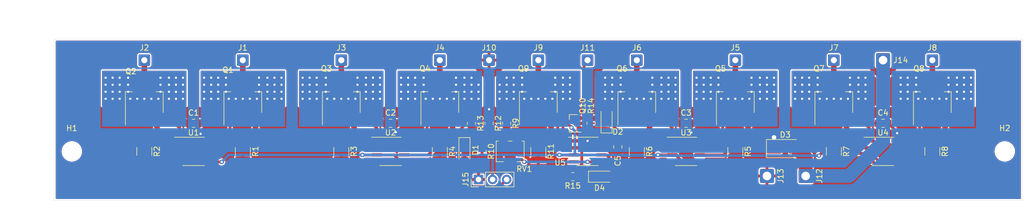
<source format=kicad_pcb>
(kicad_pcb (version 20171130) (host pcbnew "(5.1.12-1-10_14)")
  (layers (0 F.Cu signal) (31 B.Cu signal) (34 B.Paste user) (35 F.Paste user) (36 B.SilkS user) (37 F.SilkS user) (38 B.Mask user) (39 F.Mask user) (44 Edge.Cuts user))
  (net 0 "")
  (net 1 GND)
  (net 2 VCC)
  (net 3 /Vref)
  (net 4 "Net-(Q1-Pad1)")
  (net 5 "Net-(Q1-Pad3)")
  (net 6 "Net-(Q2-Pad1)")
  (net 7 "Net-(Q2-Pad3)")
  (net 8 "Net-(Q3-Pad1)")
  (net 9 "Net-(Q3-Pad3)")
  (net 10 "Net-(Q4-Pad1)")
  (net 11 "Net-(Q4-Pad3)")
  (net 12 "Net-(Q5-Pad1)")
  (net 13 "Net-(Q5-Pad3)")
  (net 14 "Net-(Q6-Pad1)")
  (net 15 "Net-(Q6-Pad3)")
  (net 16 "Net-(Q7-Pad1)")
  (net 17 "Net-(Q7-Pad3)")
  (net 18 "Net-(Q8-Pad1)")
  (net 19 "Net-(Q8-Pad3)")
  (net 20 "Net-(Q9-Pad1)")
  (net 21 "Net-(Q9-Pad3)")
  (net 22 "Net-(RV1-Pad2)")
  (net 23 /Vsense)
  (net 24 /Vz)
  (net 25 /Pot)
  (net 26 "Net-(Q3-Pad2)")
  (net 27 "Net-(Q4-Pad2)")
  (net 28 "Net-(Q5-Pad2)")
  (net 29 "Net-(Q6-Pad2)")
  (net 30 "Net-(Q7-Pad2)")
  (net 31 "Net-(Q8-Pad2)")
  (net 32 "Net-(Q9-Pad2)")
  (net 33 "Net-(Q1-Pad2)")
  (net 34 "Net-(Q2-Pad2)")
  (net 35 /C6)
  (net 36 /C1)
  (net 37 /C7)
  (net 38 /C2)
  (net 39 /C8)
  (net 40 /C3)
  (net 41 /C9)
  (net 42 /C4)
  (net 43 /C5)
  (net 44 "Net-(D2-Pad1)")
  (net 45 "Net-(R9-Pad2)")
  (net 46 "Net-(R10-Pad1)")
  (net 47 "Net-(R14-Pad2)")
  (net 48 /VIN)
  (net 49 "Net-(D4-Pad1)")
  (module Resistor_SMD:R_0805_2012Metric (layer F.Cu) (at 149.098 106.172 180)
    (fp_text reference R15 (at 0 -1.65) (layer F.SilkS))
    (fp_text value 10k)
    (pad 2 smd roundrect (at 0.9125 0 180) (size 1.025 1.4) (layers F.Cu F.Paste F.Mask) (roundrect_rratio 0.243902) (net 23 /Vsense))
    (pad 1 smd roundrect (at -0.9125 0 180) (size 1.025 1.4) (layers F.Cu F.Paste F.Mask) (roundrect_rratio 0.243902) (net 49 "Net-(D4-Pad1)"))
  )
  (module Diode_SMD:D_SOD-123 (layer F.Cu) (at 154.178 106.172)
    (fp_text reference D4 (at -0.254 2.032) (layer F.SilkS))
    (fp_text value 1N4148W)
    (pad 2 smd rect (at 1.65 0) (size 0.9 1.2) (layers F.Cu F.Paste F.Mask) (net 1 GND))
    (pad 1 smd rect (at -1.65 0) (size 0.9 1.2) (layers F.Cu F.Paste F.Mask) (net 49 "Net-(D4-Pad1)"))
  )
  (module Diode_SMD:D_SMA (layer F.Cu) (at 187.452 101.092)
    (fp_text reference D3 (at 0 -2.5) (layer F.SilkS))
    (fp_text value B140-E3)
    (pad 2 smd rect (at 2 0) (size 2.5 1.8) (layers F.Cu F.Paste F.Mask) (net 48 /VIN))
    (pad 1 smd rect (at -2 0) (size 2.5 1.8) (layers F.Cu F.Paste F.Mask) (net 2 VCC))
  )
  (module Diode_SMD:D_SOD-123 (layer F.Cu) (at 155.194 96.012 90)
    (fp_text reference D2 (at -2.032 2.032 180) (layer F.SilkS))
    (fp_text value 10)
    (pad 2 smd rect (at 1.65 0 90) (size 0.9 1.2) (layers F.Cu F.Paste F.Mask) (net 1 GND))
    (pad 1 smd rect (at -1.65 0 90) (size 0.9 1.2) (layers F.Cu F.Paste F.Mask) (net 44 "Net-(D2-Pad1)"))
  )
  (module Connector_Wire:SolderWire-0.5sqmm_1x01_D0.9mm_OD2.1mm (layer F.Cu) (at 151.765 85.09)
    (fp_text reference J11 (at 0 -2.25) (layer F.SilkS))
    (fp_text value Conn_01x01)
    (pad 1 thru_hole roundrect (at 0 0) (size 2.1 2.1) (drill 1.1) (layers *.Cu *.Mask) (roundrect_rratio 0.119048) (net 23 /Vsense))
  )
  (module Connector_Wire:SolderWire-0.5sqmm_1x01_D0.9mm_OD2.1mm (layer F.Cu) (at 142.875 85.09)
    (fp_text reference J9 (at 0 -2.25) (layer F.SilkS))
    (fp_text value Conn_01x01)
    (pad 1 thru_hole roundrect (at 0 0) (size 2.1 2.1) (drill 1.1) (layers *.Cu *.Mask) (roundrect_rratio 0.119048) (net 43 /C5))
  )
  (module Connector_Wire:SolderWire-0.5sqmm_1x01_D0.9mm_OD2.1mm (layer F.Cu) (at 213.995 85.09)
    (fp_text reference J8 (at 0 -2.25) (layer F.SilkS))
    (fp_text value Conn_01x01)
    (pad 1 thru_hole roundrect (at 0 0) (size 2.1 2.1) (drill 1.1) (layers *.Cu *.Mask) (roundrect_rratio 0.119048) (net 42 /C4))
  )
  (module Connector_Wire:SolderWire-0.5sqmm_1x01_D0.9mm_OD2.1mm (layer F.Cu) (at 196.215 85.09)
    (fp_text reference J7 (at 0 -2.25) (layer F.SilkS))
    (fp_text value Conn_01x01)
    (pad 1 thru_hole roundrect (at 0 0) (size 2.1 2.1) (drill 1.1) (layers *.Cu *.Mask) (roundrect_rratio 0.119048) (net 41 /C9))
  )
  (module Connector_Wire:SolderWire-0.5sqmm_1x01_D0.9mm_OD2.1mm (layer F.Cu) (at 160.655 85.09)
    (fp_text reference J6 (at 0 -2.25) (layer F.SilkS))
    (fp_text value Conn_01x01)
    (pad 1 thru_hole roundrect (at 0 0) (size 2.1 2.1) (drill 1.1) (layers *.Cu *.Mask) (roundrect_rratio 0.119048) (net 40 /C3))
  )
  (module Connector_Wire:SolderWire-0.5sqmm_1x01_D0.9mm_OD2.1mm (layer F.Cu) (at 178.435 85.09)
    (fp_text reference J5 (at 0 -2.25) (layer F.SilkS))
    (fp_text value Conn_01x01)
    (pad 1 thru_hole roundrect (at 0 0) (size 2.1 2.1) (drill 1.1) (layers *.Cu *.Mask) (roundrect_rratio 0.119048) (net 39 /C8))
  )
  (module Connector_Wire:SolderWire-0.5sqmm_1x01_D0.9mm_OD2.1mm (layer F.Cu) (at 125.095 85.09)
    (fp_text reference J4 (at 0 -2.25) (layer F.SilkS))
    (fp_text value Conn_01x01)
    (pad 1 thru_hole roundrect (at 0 0) (size 2.1 2.1) (drill 1.1) (layers *.Cu *.Mask) (roundrect_rratio 0.119048) (net 38 /C2))
  )
  (module Connector_Wire:SolderWire-0.5sqmm_1x01_D0.9mm_OD2.1mm (layer F.Cu) (at 107.315 85.09)
    (fp_text reference J3 (at 0 -2.25) (layer F.SilkS))
    (fp_text value Conn_01x01)
    (pad 1 thru_hole roundrect (at 0 0) (size 2.1 2.1) (drill 1.1) (layers *.Cu *.Mask) (roundrect_rratio 0.119048) (net 37 /C7))
  )
  (module Connector_Wire:SolderWire-0.5sqmm_1x01_D0.9mm_OD2.1mm (layer F.Cu) (at 71.755 85.09)
    (fp_text reference J2 (at 0 -2.25) (layer F.SilkS))
    (fp_text value Conn_01x01)
    (pad 1 thru_hole roundrect (at 0 0) (size 2.1 2.1) (drill 1.1) (layers *.Cu *.Mask) (roundrect_rratio 0.119048) (net 36 /C1))
  )
  (module Connector_Wire:SolderWire-0.5sqmm_1x01_D0.9mm_OD2.1mm (layer F.Cu) (at 89.535 85.09)
    (fp_text reference J1 (at 0 -2.25) (layer F.SilkS))
    (fp_text value Conn_01x01)
    (pad 1 thru_hole roundrect (at 0 0) (size 2.1 2.1) (drill 1.1) (layers *.Cu *.Mask) (roundrect_rratio 0.119048) (net 35 /C6))
  )
  (module Connector_Wire:SolderWire-0.5sqmm_1x01_D0.9mm_OD2.1mm (layer F.Cu) (at 133.985 85.09)
    (fp_text reference J10 (at 0 -2.25) (layer F.SilkS))
    (fp_text value Conn_01x01)
    (pad 1 thru_hole roundrect (at 0 0) (size 2.1 2.1) (drill 1.1) (layers *.Cu *.Mask) (roundrect_rratio 0.119048) (net 1 GND))
  )
  (module Connector_Wire:SolderWire-0.75sqmm_1x01_D1.25mm_OD2.3mm (layer F.Cu) (at 205.105 85.09)
    (fp_text reference J14 (at 3.175 0) (layer F.SilkS))
    (fp_text value Conn_01x01)
    (pad 1 thru_hole roundrect (at 0 0) (size 2.55 2.55) (drill 1.55) (layers *.Cu *.Mask) (roundrect_rratio 0.098039) (net 48 /VIN))
  )
  (module MountingHole:MountingHole_3.2mm_M3 (layer F.Cu) (at 227.076 101.6)
    (fp_text reference H2 (at 0 -4.2) (layer F.SilkS))
    (fp_text value MountingHole)
    (pad 1 np_thru_hole circle (at 0 0) (size 3.2 3.2) (drill 3.2) (layers *.Cu *.Mask))
  )
  (module MountingHole:MountingHole_3.2mm_M3 (layer F.Cu) (at 58.674 101.6)
    (fp_text reference H1 (at 0 -4.2) (layer F.SilkS))
    (fp_text value MountingHole)
    (pad 1 np_thru_hole circle (at 0 0) (size 3.2 3.2) (drill 3.2) (layers *.Cu *.Mask))
  )
  (module Connector_Wire:SolderWire-0.75sqmm_1x01_D1.25mm_OD2.3mm (layer F.Cu) (at 184.15 106.045 270)
    (fp_text reference J13 (at 0 -2.47 90) (layer F.SilkS))
    (fp_text value Conn_01x01)
    (pad 1 thru_hole roundrect (at 0 0 270) (size 2.55 2.55) (drill 1.55) (layers *.Cu *.Mask) (roundrect_rratio 0.098039) (net 1 GND))
  )
  (module Connector_Wire:SolderWire-0.75sqmm_1x01_D1.25mm_OD2.3mm (layer F.Cu) (at 191.135 106.045 270)
    (fp_text reference J12 (at 0 -2.47 90) (layer F.SilkS))
    (fp_text value Conn_01x01)
    (pad 1 thru_hole roundrect (at 0 0 270) (size 2.55 2.55) (drill 1.55) (layers *.Cu *.Mask) (roundrect_rratio 0.098039) (net 48 /VIN))
  )
  (module Package_TO_SOT_SMD:SOT-223 (layer F.Cu) (at 142.875 92.71 90)
    (fp_text reference Q9 (at 6.096 -2.667 180) (layer F.SilkS))
    (fp_text value BCP56)
    (pad 1 smd rect (at -3.15 -2.3 90) (size 2 1.5) (layers F.Cu F.Paste F.Mask) (net 20 "Net-(Q9-Pad1)"))
    (pad 3 smd rect (at -3.15 2.3 90) (size 2 1.5) (layers F.Cu F.Paste F.Mask) (net 21 "Net-(Q9-Pad3)"))
    (pad 2 smd rect (at -3.15 0 90) (size 2 1.5) (layers F.Cu F.Paste F.Mask) (net 32 "Net-(Q9-Pad2)"))
    (pad 4 smd rect (at 3.15 0 90) (size 2 3.8) (layers F.Cu F.Paste F.Mask) (net 43 /C5))
  )
  (module Package_TO_SOT_SMD:SOT-223 (layer F.Cu) (at 213.995 92.71 90)
    (fp_text reference Q8 (at 6.096 -2.413 180) (layer F.SilkS))
    (fp_text value BCP56)
    (pad 1 smd rect (at -3.15 -2.3 90) (size 2 1.5) (layers F.Cu F.Paste F.Mask) (net 18 "Net-(Q8-Pad1)"))
    (pad 3 smd rect (at -3.15 2.3 90) (size 2 1.5) (layers F.Cu F.Paste F.Mask) (net 19 "Net-(Q8-Pad3)"))
    (pad 2 smd rect (at -3.15 0 90) (size 2 1.5) (layers F.Cu F.Paste F.Mask) (net 31 "Net-(Q8-Pad2)"))
    (pad 4 smd rect (at 3.15 0 90) (size 2 3.8) (layers F.Cu F.Paste F.Mask) (net 42 /C4))
  )
  (module Package_TO_SOT_SMD:SOT-223 (layer F.Cu) (at 196.215 92.71 90)
    (fp_text reference Q7 (at 6.096 -2.667 180) (layer F.SilkS))
    (fp_text value BCP56)
    (pad 1 smd rect (at -3.15 -2.3 90) (size 2 1.5) (layers F.Cu F.Paste F.Mask) (net 16 "Net-(Q7-Pad1)"))
    (pad 3 smd rect (at -3.15 2.3 90) (size 2 1.5) (layers F.Cu F.Paste F.Mask) (net 17 "Net-(Q7-Pad3)"))
    (pad 2 smd rect (at -3.15 0 90) (size 2 1.5) (layers F.Cu F.Paste F.Mask) (net 30 "Net-(Q7-Pad2)"))
    (pad 4 smd rect (at 3.15 0 90) (size 2 3.8) (layers F.Cu F.Paste F.Mask) (net 41 /C9))
  )
  (module Package_TO_SOT_SMD:SOT-223 (layer F.Cu) (at 160.655 92.71 90)
    (fp_text reference Q6 (at 6.096 -2.667 180) (layer F.SilkS))
    (fp_text value BCP56)
    (pad 1 smd rect (at -3.15 -2.3 90) (size 2 1.5) (layers F.Cu F.Paste F.Mask) (net 14 "Net-(Q6-Pad1)"))
    (pad 3 smd rect (at -3.15 2.3 90) (size 2 1.5) (layers F.Cu F.Paste F.Mask) (net 15 "Net-(Q6-Pad3)"))
    (pad 2 smd rect (at -3.15 0 90) (size 2 1.5) (layers F.Cu F.Paste F.Mask) (net 29 "Net-(Q6-Pad2)"))
    (pad 4 smd rect (at 3.15 0 90) (size 2 3.8) (layers F.Cu F.Paste F.Mask) (net 40 /C3))
  )
  (module Package_TO_SOT_SMD:SOT-223 (layer F.Cu) (at 178.435 92.71 90)
    (fp_text reference Q5 (at 6.096 -2.667 180) (layer F.SilkS))
    (fp_text value BCP56)
    (pad 1 smd rect (at -3.15 -2.3 90) (size 2 1.5) (layers F.Cu F.Paste F.Mask) (net 12 "Net-(Q5-Pad1)"))
    (pad 3 smd rect (at -3.15 2.3 90) (size 2 1.5) (layers F.Cu F.Paste F.Mask) (net 13 "Net-(Q5-Pad3)"))
    (pad 2 smd rect (at -3.15 0 90) (size 2 1.5) (layers F.Cu F.Paste F.Mask) (net 28 "Net-(Q5-Pad2)"))
    (pad 4 smd rect (at 3.15 0 90) (size 2 3.8) (layers F.Cu F.Paste F.Mask) (net 39 /C8))
  )
  (module Package_TO_SOT_SMD:SOT-223 (layer F.Cu) (at 125.095 92.71 90)
    (fp_text reference Q4 (at 6.096 -2.667 180) (layer F.SilkS))
    (fp_text value BCP56)
    (pad 1 smd rect (at -3.15 -2.3 90) (size 2 1.5) (layers F.Cu F.Paste F.Mask) (net 10 "Net-(Q4-Pad1)"))
    (pad 3 smd rect (at -3.15 2.3 90) (size 2 1.5) (layers F.Cu F.Paste F.Mask) (net 11 "Net-(Q4-Pad3)"))
    (pad 2 smd rect (at -3.15 0 90) (size 2 1.5) (layers F.Cu F.Paste F.Mask) (net 27 "Net-(Q4-Pad2)"))
    (pad 4 smd rect (at 3.15 0 90) (size 2 3.8) (layers F.Cu F.Paste F.Mask) (net 38 /C2))
  )
  (module Package_TO_SOT_SMD:SOT-223 (layer F.Cu) (at 107.315 92.71 90)
    (fp_text reference Q3 (at 6.096 -2.667 180) (layer F.SilkS))
    (fp_text value BCP56)
    (pad 1 smd rect (at -3.15 -2.3 90) (size 2 1.5) (layers F.Cu F.Paste F.Mask) (net 8 "Net-(Q3-Pad1)"))
    (pad 3 smd rect (at -3.15 2.3 90) (size 2 1.5) (layers F.Cu F.Paste F.Mask) (net 9 "Net-(Q3-Pad3)"))
    (pad 2 smd rect (at -3.15 0 90) (size 2 1.5) (layers F.Cu F.Paste F.Mask) (net 26 "Net-(Q3-Pad2)"))
    (pad 4 smd rect (at 3.15 0 90) (size 2 3.8) (layers F.Cu F.Paste F.Mask) (net 37 /C7))
  )
  (module Package_TO_SOT_SMD:SOT-223 (layer F.Cu) (at 89.535 92.71 90)
    (fp_text reference Q1 (at 5.842 -2.667 180) (layer F.SilkS))
    (fp_text value BCP56)
    (pad 1 smd rect (at -3.15 -2.3 90) (size 2 1.5) (layers F.Cu F.Paste F.Mask) (net 4 "Net-(Q1-Pad1)"))
    (pad 3 smd rect (at -3.15 2.3 90) (size 2 1.5) (layers F.Cu F.Paste F.Mask) (net 5 "Net-(Q1-Pad3)"))
    (pad 2 smd rect (at -3.15 0 90) (size 2 1.5) (layers F.Cu F.Paste F.Mask) (net 33 "Net-(Q1-Pad2)"))
    (pad 4 smd rect (at 3.15 0 90) (size 2 3.8) (layers F.Cu F.Paste F.Mask) (net 35 /C6))
  )
  (module Package_TO_SOT_SMD:SOT-223 (layer F.Cu) (at 71.755 92.71 90)
    (fp_text reference Q2 (at 5.588 -2.413 180) (layer F.SilkS))
    (fp_text value BCP56)
    (pad 1 smd rect (at -3.15 -2.3 90) (size 2 1.5) (layers F.Cu F.Paste F.Mask) (net 6 "Net-(Q2-Pad1)"))
    (pad 3 smd rect (at -3.15 2.3 90) (size 2 1.5) (layers F.Cu F.Paste F.Mask) (net 7 "Net-(Q2-Pad3)"))
    (pad 2 smd rect (at -3.15 0 90) (size 2 1.5) (layers F.Cu F.Paste F.Mask) (net 34 "Net-(Q2-Pad2)"))
    (pad 4 smd rect (at 3.15 0 90) (size 2 3.8) (layers F.Cu F.Paste F.Mask) (net 36 /C1))
  )
  (module Connector_PinHeader_2.54mm:PinHeader_1x03_P2.54mm_Vertical (layer F.Cu) (at 132.08 106.68 90)
    (fp_text reference J15 (at 0 -2.33 90) (layer F.SilkS))
    (fp_text value Conn_01x03)
    (pad 3 thru_hole oval (at 0 5.08 90) (size 1.7 1.7) (drill 1) (layers *.Cu *.Mask) (net 25 /Pot))
    (pad 2 thru_hole oval (at 0 2.54 90) (size 1.7 1.7) (drill 1) (layers *.Cu *.Mask) (net 3 /Vref))
    (pad 1 thru_hole rect (at 0 0 90) (size 1.7 1.7) (drill 1) (layers *.Cu *.Mask) (net 1 GND))
  )
  (module Resistor_SMD:R_1210_3225Metric (layer F.Cu) (at 142.875 101.6 270)
    (fp_text reference R11 (at 0 -2.28 90) (layer F.SilkS))
    (fp_text value 1)
    (pad 2 smd roundrect (at 1.4625 0 270) (size 1.125 2.65) (layers F.Cu F.Paste F.Mask) (roundrect_rratio 0.222222) (net 1 GND))
    (pad 1 smd roundrect (at -1.4625 0 270) (size 1.125 2.65) (layers F.Cu F.Paste F.Mask) (roundrect_rratio 0.222222) (net 21 "Net-(Q9-Pad3)"))
  )
  (module Resistor_SMD:R_1210_3225Metric (layer F.Cu) (at 196.215 101.6 270)
    (fp_text reference R7 (at 0 -2.28 90) (layer F.SilkS))
    (fp_text value 1)
    (pad 2 smd roundrect (at 1.4625 0 270) (size 1.125 2.65) (layers F.Cu F.Paste F.Mask) (roundrect_rratio 0.222222) (net 1 GND))
    (pad 1 smd roundrect (at -1.4625 0 270) (size 1.125 2.65) (layers F.Cu F.Paste F.Mask) (roundrect_rratio 0.222222) (net 17 "Net-(Q7-Pad3)"))
  )
  (module Resistor_SMD:R_1210_3225Metric (layer F.Cu) (at 213.995 101.6 270)
    (fp_text reference R8 (at 0 -2.28 90) (layer F.SilkS))
    (fp_text value 1)
    (pad 2 smd roundrect (at 1.4625 0 270) (size 1.125 2.65) (layers F.Cu F.Paste F.Mask) (roundrect_rratio 0.222222) (net 1 GND))
    (pad 1 smd roundrect (at -1.4625 0 270) (size 1.125 2.65) (layers F.Cu F.Paste F.Mask) (roundrect_rratio 0.222222) (net 19 "Net-(Q8-Pad3)"))
  )
  (module Resistor_SMD:R_1210_3225Metric (layer F.Cu) (at 178.435 101.6 270)
    (fp_text reference R5 (at 0 -2.28 90) (layer F.SilkS))
    (fp_text value 1)
    (pad 2 smd roundrect (at 1.4625 0 270) (size 1.125 2.65) (layers F.Cu F.Paste F.Mask) (roundrect_rratio 0.222222) (net 1 GND))
    (pad 1 smd roundrect (at -1.4625 0 270) (size 1.125 2.65) (layers F.Cu F.Paste F.Mask) (roundrect_rratio 0.222222) (net 13 "Net-(Q5-Pad3)"))
  )
  (module Resistor_SMD:R_1210_3225Metric (layer F.Cu) (at 160.655 101.6 270)
    (fp_text reference R6 (at 0 -2.28 90) (layer F.SilkS))
    (fp_text value 1)
    (pad 2 smd roundrect (at 1.4625 0 270) (size 1.125 2.65) (layers F.Cu F.Paste F.Mask) (roundrect_rratio 0.222222) (net 1 GND))
    (pad 1 smd roundrect (at -1.4625 0 270) (size 1.125 2.65) (layers F.Cu F.Paste F.Mask) (roundrect_rratio 0.222222) (net 15 "Net-(Q6-Pad3)"))
  )
  (module Resistor_SMD:R_1210_3225Metric (layer F.Cu) (at 107.315 101.6 270)
    (fp_text reference R3 (at 0 -2.28 90) (layer F.SilkS))
    (fp_text value 1)
    (pad 2 smd roundrect (at 1.4625 0 270) (size 1.125 2.65) (layers F.Cu F.Paste F.Mask) (roundrect_rratio 0.222222) (net 1 GND))
    (pad 1 smd roundrect (at -1.4625 0 270) (size 1.125 2.65) (layers F.Cu F.Paste F.Mask) (roundrect_rratio 0.222222) (net 9 "Net-(Q3-Pad3)"))
  )
  (module Resistor_SMD:R_1210_3225Metric (layer F.Cu) (at 125.095 101.6 270)
    (fp_text reference R4 (at 0 -2.28 90) (layer F.SilkS))
    (fp_text value 1)
    (pad 2 smd roundrect (at 1.4625 0 270) (size 1.125 2.65) (layers F.Cu F.Paste F.Mask) (roundrect_rratio 0.222222) (net 1 GND))
    (pad 1 smd roundrect (at -1.4625 0 270) (size 1.125 2.65) (layers F.Cu F.Paste F.Mask) (roundrect_rratio 0.222222) (net 11 "Net-(Q4-Pad3)"))
  )
  (module Resistor_SMD:R_1210_3225Metric (layer F.Cu) (at 89.535 101.6 270)
    (fp_text reference R1 (at 0 -2.28 90) (layer F.SilkS))
    (fp_text value 1)
    (pad 2 smd roundrect (at 1.4625 0 270) (size 1.125 2.65) (layers F.Cu F.Paste F.Mask) (roundrect_rratio 0.222222) (net 1 GND))
    (pad 1 smd roundrect (at -1.4625 0 270) (size 1.125 2.65) (layers F.Cu F.Paste F.Mask) (roundrect_rratio 0.222222) (net 5 "Net-(Q1-Pad3)"))
  )
  (module Resistor_SMD:R_1210_3225Metric (layer F.Cu) (at 71.755 101.6 270)
    (fp_text reference R2 (at 0 -2.28 90) (layer F.SilkS))
    (fp_text value 1)
    (pad 2 smd roundrect (at 1.4625 0 270) (size 1.125 2.65) (layers F.Cu F.Paste F.Mask) (roundrect_rratio 0.222222) (net 1 GND))
    (pad 1 smd roundrect (at -1.4625 0 270) (size 1.125 2.65) (layers F.Cu F.Paste F.Mask) (roundrect_rratio 0.222222) (net 7 "Net-(Q2-Pad3)"))
  )
  (module Package_SO:SOIC-8_3.9x4.9mm_P1.27mm (layer F.Cu) (at 151.765 101.6)
    (fp_text reference U5 (at -4.953 2.032) (layer F.SilkS))
    (fp_text value LM358)
    (pad 8 smd roundrect (at 2.475 -1.905) (size 1.95 0.6) (layers F.Cu F.Paste F.Mask) (net 2 VCC))
    (pad 7 smd roundrect (at 2.475 -0.635) (size 1.95 0.6) (layers F.Cu F.Paste F.Mask) (net 47 "Net-(R14-Pad2)"))
    (pad 6 smd roundrect (at 2.475 0.635) (size 1.95 0.6) (layers F.Cu F.Paste F.Mask) (net 49 "Net-(D4-Pad1)"))
    (pad 5 smd roundrect (at 2.475 1.905) (size 1.95 0.6) (layers F.Cu F.Paste F.Mask) (net 22 "Net-(RV1-Pad2)"))
    (pad 4 smd roundrect (at -2.475 1.905) (size 1.95 0.6) (layers F.Cu F.Paste F.Mask) (net 1 GND))
    (pad 3 smd roundrect (at -2.475 0.635) (size 1.95 0.6) (layers F.Cu F.Paste F.Mask) (net 3 /Vref))
    (pad 2 smd roundrect (at -2.475 -0.635) (size 1.95 0.6) (layers F.Cu F.Paste F.Mask) (net 21 "Net-(Q9-Pad3)"))
    (pad 1 smd roundrect (at -2.475 -1.905) (size 1.95 0.6) (layers F.Cu F.Paste F.Mask) (net 20 "Net-(Q9-Pad1)"))
  )
  (module Package_SO:SOIC-8_3.9x4.9mm_P1.27mm (layer F.Cu) (at 205.105 101.6)
    (fp_text reference U4 (at 0 -3.4) (layer F.SilkS))
    (fp_text value LM358)
    (pad 8 smd roundrect (at 2.475 -1.905) (size 1.95 0.6) (layers F.Cu F.Paste F.Mask) (net 2 VCC))
    (pad 7 smd roundrect (at 2.475 -0.635) (size 1.95 0.6) (layers F.Cu F.Paste F.Mask) (net 18 "Net-(Q8-Pad1)"))
    (pad 6 smd roundrect (at 2.475 0.635) (size 1.95 0.6) (layers F.Cu F.Paste F.Mask) (net 19 "Net-(Q8-Pad3)"))
    (pad 5 smd roundrect (at 2.475 1.905) (size 1.95 0.6) (layers F.Cu F.Paste F.Mask) (net 3 /Vref))
    (pad 4 smd roundrect (at -2.475 1.905) (size 1.95 0.6) (layers F.Cu F.Paste F.Mask) (net 1 GND))
    (pad 3 smd roundrect (at -2.475 0.635) (size 1.95 0.6) (layers F.Cu F.Paste F.Mask) (net 3 /Vref))
    (pad 2 smd roundrect (at -2.475 -0.635) (size 1.95 0.6) (layers F.Cu F.Paste F.Mask) (net 17 "Net-(Q7-Pad3)"))
    (pad 1 smd roundrect (at -2.475 -1.905) (size 1.95 0.6) (layers F.Cu F.Paste F.Mask) (net 16 "Net-(Q7-Pad1)"))
  )
  (module Package_SO:SOIC-8_3.9x4.9mm_P1.27mm (layer F.Cu) (at 169.545 101.6)
    (fp_text reference U3 (at 0 -3.4) (layer F.SilkS))
    (fp_text value LM358)
    (pad 8 smd roundrect (at 2.475 -1.905) (size 1.95 0.6) (layers F.Cu F.Paste F.Mask) (net 2 VCC))
    (pad 7 smd roundrect (at 2.475 -0.635) (size 1.95 0.6) (layers F.Cu F.Paste F.Mask) (net 12 "Net-(Q5-Pad1)"))
    (pad 6 smd roundrect (at 2.475 0.635) (size 1.95 0.6) (layers F.Cu F.Paste F.Mask) (net 13 "Net-(Q5-Pad3)"))
    (pad 5 smd roundrect (at 2.475 1.905) (size 1.95 0.6) (layers F.Cu F.Paste F.Mask) (net 3 /Vref))
    (pad 4 smd roundrect (at -2.475 1.905) (size 1.95 0.6) (layers F.Cu F.Paste F.Mask) (net 1 GND))
    (pad 3 smd roundrect (at -2.475 0.635) (size 1.95 0.6) (layers F.Cu F.Paste F.Mask) (net 3 /Vref))
    (pad 2 smd roundrect (at -2.475 -0.635) (size 1.95 0.6) (layers F.Cu F.Paste F.Mask) (net 15 "Net-(Q6-Pad3)"))
    (pad 1 smd roundrect (at -2.475 -1.905) (size 1.95 0.6) (layers F.Cu F.Paste F.Mask) (net 14 "Net-(Q6-Pad1)"))
  )
  (module Package_SO:SOIC-8_3.9x4.9mm_P1.27mm (layer F.Cu) (at 116.205 101.6)
    (fp_text reference U2 (at 0 -3.4) (layer F.SilkS))
    (fp_text value LM358)
    (pad 8 smd roundrect (at 2.475 -1.905) (size 1.95 0.6) (layers F.Cu F.Paste F.Mask) (net 2 VCC))
    (pad 7 smd roundrect (at 2.475 -0.635) (size 1.95 0.6) (layers F.Cu F.Paste F.Mask) (net 10 "Net-(Q4-Pad1)"))
    (pad 6 smd roundrect (at 2.475 0.635) (size 1.95 0.6) (layers F.Cu F.Paste F.Mask) (net 11 "Net-(Q4-Pad3)"))
    (pad 5 smd roundrect (at 2.475 1.905) (size 1.95 0.6) (layers F.Cu F.Paste F.Mask) (net 3 /Vref))
    (pad 4 smd roundrect (at -2.475 1.905) (size 1.95 0.6) (layers F.Cu F.Paste F.Mask) (net 1 GND))
    (pad 3 smd roundrect (at -2.475 0.635) (size 1.95 0.6) (layers F.Cu F.Paste F.Mask) (net 3 /Vref))
    (pad 2 smd roundrect (at -2.475 -0.635) (size 1.95 0.6) (layers F.Cu F.Paste F.Mask) (net 9 "Net-(Q3-Pad3)"))
    (pad 1 smd roundrect (at -2.475 -1.905) (size 1.95 0.6) (layers F.Cu F.Paste F.Mask) (net 8 "Net-(Q3-Pad1)"))
  )
  (module Package_SO:SOIC-8_3.9x4.9mm_P1.27mm (layer F.Cu) (at 80.645 101.6)
    (fp_text reference U1 (at 0 -3.4) (layer F.SilkS))
    (fp_text value LM358)
    (pad 8 smd roundrect (at 2.475 -1.905) (size 1.95 0.6) (layers F.Cu F.Paste F.Mask) (net 2 VCC))
    (pad 7 smd roundrect (at 2.475 -0.635) (size 1.95 0.6) (layers F.Cu F.Paste F.Mask) (net 4 "Net-(Q1-Pad1)"))
    (pad 6 smd roundrect (at 2.475 0.635) (size 1.95 0.6) (layers F.Cu F.Paste F.Mask) (net 5 "Net-(Q1-Pad3)"))
    (pad 5 smd roundrect (at 2.475 1.905) (size 1.95 0.6) (layers F.Cu F.Paste F.Mask) (net 3 /Vref))
    (pad 4 smd roundrect (at -2.475 1.905) (size 1.95 0.6) (layers F.Cu F.Paste F.Mask) (net 1 GND))
    (pad 3 smd roundrect (at -2.475 0.635) (size 1.95 0.6) (layers F.Cu F.Paste F.Mask) (net 3 /Vref))
    (pad 2 smd roundrect (at -2.475 -0.635) (size 1.95 0.6) (layers F.Cu F.Paste F.Mask) (net 7 "Net-(Q2-Pad3)"))
    (pad 1 smd roundrect (at -2.475 -1.905) (size 1.95 0.6) (layers F.Cu F.Paste F.Mask) (net 6 "Net-(Q2-Pad1)"))
  )
  (module Potentiometer_SMD:Potentiometer_Bourns_3214W_Vertical (layer F.Cu) (at 137.795 101.6)
    (fp_text reference RV1 (at 2.54 3.175) (layer F.SilkS))
    (fp_text value 500)
    (pad 3 smd rect (at -1.25 -1.45) (size 1.3 1.6) (layers F.Cu F.Paste F.Mask) (net 46 "Net-(R10-Pad1)"))
    (pad 2 smd rect (at 0 1.45) (size 2 1.6) (layers F.Cu F.Paste F.Mask) (net 22 "Net-(RV1-Pad2)"))
    (pad 1 smd rect (at 1.25 -1.45) (size 1.3 1.6) (layers F.Cu F.Paste F.Mask) (net 45 "Net-(R9-Pad2)"))
  )
  (module Resistor_SMD:R_0805_2012Metric (layer F.Cu) (at 152.4 96.52 90)
    (fp_text reference R14 (at 3.175 0 90) (layer F.SilkS))
    (fp_text value 10k)
    (pad 2 smd roundrect (at 0.9125 0 90) (size 1.025 1.4) (layers F.Cu F.Paste F.Mask) (roundrect_rratio 0.243902) (net 47 "Net-(R14-Pad2)"))
    (pad 1 smd roundrect (at -0.9125 0 90) (size 1.025 1.4) (layers F.Cu F.Paste F.Mask) (roundrect_rratio 0.243902) (net 44 "Net-(D2-Pad1)"))
  )
  (module Resistor_SMD:R_0805_2012Metric (layer F.Cu) (at 130.81 96.52 270)
    (fp_text reference R13 (at 0 -1.65 90) (layer F.SilkS))
    (fp_text value 15k)
    (pad 2 smd roundrect (at 0.9125 0 270) (size 1.025 1.4) (layers F.Cu F.Paste F.Mask) (roundrect_rratio 0.243902) (net 24 /Vz))
    (pad 1 smd roundrect (at -0.9125 0 270) (size 1.025 1.4) (layers F.Cu F.Paste F.Mask) (roundrect_rratio 0.243902) (net 25 /Pot))
  )
  (module Resistor_SMD:R_0805_2012Metric (layer F.Cu) (at 133.985 96.52 270)
    (fp_text reference R12 (at 0 -1.65 90) (layer F.SilkS))
    (fp_text value 2.7k)
    (pad 2 smd roundrect (at 0.9125 0 270) (size 1.025 1.4) (layers F.Cu F.Paste F.Mask) (roundrect_rratio 0.243902) (net 24 /Vz))
    (pad 1 smd roundrect (at -0.9125 0 270) (size 1.025 1.4) (layers F.Cu F.Paste F.Mask) (roundrect_rratio 0.243902) (net 2 VCC))
  )
  (module Resistor_SMD:R_0805_2012Metric (layer F.Cu) (at 132.715 101.6 270)
    (fp_text reference R10 (at 0 -1.65 90) (layer F.SilkS))
    (fp_text value 2k)
    (pad 2 smd roundrect (at 0.9125 0 270) (size 1.025 1.4) (layers F.Cu F.Paste F.Mask) (roundrect_rratio 0.243902) (net 1 GND))
    (pad 1 smd roundrect (at -0.9125 0 270) (size 1.025 1.4) (layers F.Cu F.Paste F.Mask) (roundrect_rratio 0.243902) (net 46 "Net-(R10-Pad1)"))
  )
  (module Resistor_SMD:R_0805_2012Metric (layer F.Cu) (at 137.16 96.52 270)
    (fp_text reference R9 (at 0 -1.65 90) (layer F.SilkS))
    (fp_text value 9.1k)
    (pad 2 smd roundrect (at 0.9125 0 270) (size 1.025 1.4) (layers F.Cu F.Paste F.Mask) (roundrect_rratio 0.243902) (net 45 "Net-(R9-Pad2)"))
    (pad 1 smd roundrect (at -0.9125 0 270) (size 1.025 1.4) (layers F.Cu F.Paste F.Mask) (roundrect_rratio 0.243902) (net 24 /Vz))
  )
  (module Package_TO_SOT_SMD:SOT-23 (layer F.Cu) (at 149.225 96.52 180)
    (fp_text reference Q10 (at -1.651 3.175 270) (layer F.SilkS))
    (fp_text value 2N7002)
    (pad 3 smd rect (at 1 0 180) (size 0.9 0.8) (layers F.Cu F.Paste F.Mask) (net 3 /Vref))
    (pad 2 smd rect (at -1 0.95 180) (size 0.9 0.8) (layers F.Cu F.Paste F.Mask) (net 1 GND))
    (pad 1 smd rect (at -1 -0.95 180) (size 0.9 0.8) (layers F.Cu F.Paste F.Mask) (net 44 "Net-(D2-Pad1)"))
  )
  (module Diode_SMD:D_SOD-123 (layer F.Cu) (at 129.54 101.345 270)
    (fp_text reference D1 (at 0 -2 90) (layer F.SilkS))
    (fp_text value 2.4)
    (pad 2 smd rect (at 1.65 0 270) (size 0.9 1.2) (layers F.Cu F.Paste F.Mask) (net 1 GND))
    (pad 1 smd rect (at -1.65 0 270) (size 0.9 1.2) (layers F.Cu F.Paste F.Mask) (net 24 /Vz))
  )
  (module Capacitor_SMD:C_0805_2012Metric (layer F.Cu) (at 157.226 100.772 270)
    (fp_text reference C5 (at 2.54 0 90) (layer F.SilkS))
    (fp_text value 100n)
    (pad 2 smd roundrect (at 0.95 0 270) (size 1 1.45) (layers F.Cu F.Paste F.Mask) (net 1 GND))
    (pad 1 smd roundrect (at -0.95 0 270) (size 1 1.45) (layers F.Cu F.Paste F.Mask) (net 2 VCC))
  )
  (module Capacitor_SMD:C_0805_2012Metric (layer F.Cu) (at 205.105 96.52 180)
    (fp_text reference C4 (at 0 1.905) (layer F.SilkS))
    (fp_text value 100n)
    (pad 2 smd roundrect (at 0.95 0 180) (size 1 1.45) (layers F.Cu F.Paste F.Mask) (net 1 GND))
    (pad 1 smd roundrect (at -0.95 0 180) (size 1 1.45) (layers F.Cu F.Paste F.Mask) (net 2 VCC))
  )
  (module Capacitor_SMD:C_0805_2012Metric (layer F.Cu) (at 169.545 96.52 180)
    (fp_text reference C3 (at 0 1.905) (layer F.SilkS))
    (fp_text value 100n)
    (pad 2 smd roundrect (at 0.95 0 180) (size 1 1.45) (layers F.Cu F.Paste F.Mask) (net 1 GND))
    (pad 1 smd roundrect (at -0.95 0 180) (size 1 1.45) (layers F.Cu F.Paste F.Mask) (net 2 VCC))
  )
  (module Capacitor_SMD:C_0805_2012Metric (layer F.Cu) (at 116.205 96.52 180)
    (fp_text reference C2 (at 0 1.905) (layer F.SilkS))
    (fp_text value 100n)
    (pad 2 smd roundrect (at 0.95 0 180) (size 1 1.45) (layers F.Cu F.Paste F.Mask) (net 1 GND))
    (pad 1 smd roundrect (at -0.95 0 180) (size 1 1.45) (layers F.Cu F.Paste F.Mask) (net 2 VCC))
  )
  (module Capacitor_SMD:C_0805_2012Metric (layer F.Cu) (at 80.645 96.52 180)
    (fp_text reference C1 (at 0 1.905) (layer F.SilkS))
    (fp_text value 100n)
    (pad 2 smd roundrect (at 0.95 0 180) (size 1 1.45) (layers F.Cu F.Paste F.Mask) (net 1 GND))
    (pad 1 smd roundrect (at -0.95 0 180) (size 1 1.45) (layers F.Cu F.Paste F.Mask) (net 2 VCC))
  )
  (gr_line (start 230.251 81.28) (end 230.251 110.49) (layer Edge.Cuts) (width 0.05))
  (gr_line (start 55.499 81.28) (end 230.251 81.28) (layer Edge.Cuts) (width 0.05))
  (gr_line (start 55.499 110.49) (end 55.499 81.28) (layer Edge.Cuts) (width 0.05))
  (gr_line (start 230.251 110.49) (end 55.499 110.49) (layer Edge.Cuts) (width 0.05))
  (via (at 81.915 98.425) (size 0.8) (drill 0.4) (layers F.Cu B.Cu) (net 2))
  (segment (start 170.495 98.17) (end 170.495 98.17) (width 0.5) (layer F.Cu) (net 2))
  (segment (start 170.495 96.52) (end 170.495 98.17) (width 0.5) (layer F.Cu) (net 2))
  (segment (start 133.985 95.6075) (end 133.985 93.98) (width 0.5) (layer F.Cu) (net 2))
  (segment (start 133.985 93.98) (end 133.985 93.98) (width 0.5) (layer F.Cu) (net 2))
  (via (at 133.985 93.98) (size 0.8) (drill 0.4) (layers F.Cu B.Cu) (net 2))
  (segment (start 154.24 99.695) (end 151.765 99.695) (width 0.5) (layer F.Cu) (net 2))
  (segment (start 151.765 99.695) (end 151.765 99.695) (width 0.5) (layer F.Cu) (net 2))
  (via (at 151.765 99.695) (size 0.8) (drill 0.4) (layers F.Cu B.Cu) (net 2))
  (segment (start 81.595 98.105) (end 81.915 98.425) (width 0.5) (layer F.Cu) (net 2))
  (segment (start 81.595 96.52) (end 81.595 98.105) (width 0.5) (layer F.Cu) (net 2))
  (segment (start 81.915 98.49) (end 83.12 99.695) (width 0.5) (layer F.Cu) (net 2))
  (segment (start 81.915 98.425) (end 81.915 98.49) (width 0.5) (layer F.Cu) (net 2))
  (segment (start 117.155 98.17) (end 118.68 99.695) (width 0.5) (layer F.Cu) (net 2))
  (segment (start 117.155 96.52) (end 117.155 98.11) (width 0.5) (layer F.Cu) (net 2))
  (segment (start 117.155 98.11) (end 117.155 98.17) (width 0.5) (layer F.Cu) (net 2))
  (via (at 117.155 98.11) (size 0.8) (drill 0.4) (layers F.Cu B.Cu) (net 2))
  (segment (start 170.495 98.17) (end 172.02 99.695) (width 0.5) (layer F.Cu) (net 2))
  (via (at 170.495 98.17) (size 0.8) (drill 0.4) (layers F.Cu B.Cu) (net 2))
  (segment (start 157.099 99.695) (end 157.226 99.822) (width 0.5) (layer F.Cu) (net 2))
  (segment (start 154.24 99.695) (end 157.099 99.695) (width 0.5) (layer F.Cu) (net 2))
  (via (at 185.42 99.06) (size 1.6) (drill 0.8) (layers F.Cu B.Cu) (net 2))
  (segment (start 185.452 99.092) (end 185.42 99.06) (width 1) (layer F.Cu) (net 2))
  (segment (start 185.452 101.092) (end 185.452 99.092) (width 1) (layer F.Cu) (net 2))
  (via (at 207.645 98.298) (size 0.8) (drill 0.4) (layers F.Cu B.Cu) (net 2))
  (segment (start 207.58 98.363) (end 207.645 98.298) (width 0.5) (layer F.Cu) (net 2))
  (segment (start 207.58 99.695) (end 207.58 98.363) (width 0.5) (layer F.Cu) (net 2))
  (segment (start 207.645 98.11) (end 206.055 96.52) (width 0.5) (layer F.Cu) (net 2))
  (segment (start 207.645 98.298) (end 207.645 98.11) (width 0.5) (layer F.Cu) (net 2))
  (segment (start 78.17 102.235) (end 81.296456 102.235) (width 0.5) (layer F.Cu) (net 3))
  (via (at 146.685 102.235) (size 0.8) (drill 0.4) (layers F.Cu B.Cu) (net 3))
  (segment (start 149.29 102.235) (end 146.685 102.235) (width 0.5) (layer F.Cu) (net 3))
  (segment (start 193.548 102.362) (end 193.548 102.362) (width 0.5) (layer B.Cu) (net 3))
  (segment (start 82.566456 103.505) (end 83.12 103.505) (width 0.5) (layer F.Cu) (net 3))
  (segment (start 81.296456 102.235) (end 82.566456 103.505) (width 0.5) (layer F.Cu) (net 3))
  (segment (start 167.07 102.235) (end 164.465 102.235) (width 0.5) (layer F.Cu) (net 3))
  (segment (start 204.453544 103.505) (end 203.183544 102.235) (width 0.5) (layer F.Cu) (net 3))
  (segment (start 203.183544 102.235) (end 202.63 102.235) (width 0.5) (layer F.Cu) (net 3))
  (segment (start 207.58 103.505) (end 204.453544 103.505) (width 0.5) (layer F.Cu) (net 3))
  (segment (start 167.64 102.235) (end 167.07 102.235) (width 0.5) (layer F.Cu) (net 3))
  (segment (start 172.02 103.505) (end 168.91 103.505) (width 0.5) (layer F.Cu) (net 3))
  (segment (start 168.91 103.505) (end 167.64 102.235) (width 0.5) (layer F.Cu) (net 3))
  (segment (start 118.126456 103.505) (end 118.68 103.505) (width 0.5) (layer F.Cu) (net 3))
  (segment (start 116.856456 102.235) (end 118.126456 103.505) (width 0.5) (layer F.Cu) (net 3))
  (segment (start 113.73 102.235) (end 116.856456 102.235) (width 0.5) (layer F.Cu) (net 3))
  (via (at 164.465 102.235) (size 0.8) (drill 0.4) (layers F.Cu B.Cu) (net 3))
  (segment (start 86.995 102.235) (end 85.725 103.505) (width 0.5) (layer B.Cu) (net 3))
  (segment (start 111.125 102.235) (end 86.995 102.235) (width 0.5) (layer B.Cu) (net 3))
  (via (at 85.725 103.505) (size 0.8) (drill 0.4) (layers F.Cu B.Cu) (net 3))
  (segment (start 85.725 103.505) (end 83.12 103.505) (width 0.5) (layer F.Cu) (net 3))
  (via (at 111.125 102.235) (size 0.8) (drill 0.4) (layers F.Cu B.Cu) (net 3))
  (segment (start 113.73 102.235) (end 111.125 102.235) (width 0.5) (layer F.Cu) (net 3))
  (segment (start 146.685 102.235) (end 146.05 102.235) (width 0.5) (layer B.Cu) (net 3))
  (segment (start 134.62 102.235) (end 111.125 102.235) (width 0.5) (layer B.Cu) (net 3))
  (segment (start 146.05 102.235) (end 134.62 102.235) (width 0.5) (layer B.Cu) (net 3))
  (segment (start 147.955 102.235) (end 146.685 102.235) (width 0.5) (layer B.Cu) (net 3))
  (segment (start 134.62 102.235) (end 134.62 106.68) (width 0.5) (layer B.Cu) (net 3))
  (via (at 148.844 97.282) (size 0.8) (drill 0.4) (layers F.Cu B.Cu) (net 3))
  (segment (start 148.225 96.663) (end 148.844 97.282) (width 0.5) (layer F.Cu) (net 3))
  (segment (start 148.225 96.52) (end 148.225 96.663) (width 0.5) (layer F.Cu) (net 3))
  (segment (start 149.479 97.917) (end 149.479 102.235) (width 0.5) (layer B.Cu) (net 3))
  (segment (start 148.844 97.282) (end 149.479 97.917) (width 0.5) (layer B.Cu) (net 3))
  (segment (start 149.479 102.235) (end 147.955 102.235) (width 0.5) (layer B.Cu) (net 3))
  (segment (start 164.465 102.235) (end 149.479 102.235) (width 0.5) (layer B.Cu) (net 3))
  (segment (start 193.548 102.362) (end 157.988 102.362) (width 0.5) (layer B.Cu) (net 3))
  (via (at 193.548 102.362) (size 0.8) (drill 0.4) (layers F.Cu B.Cu) (net 3))
  (segment (start 202.357001 101.962001) (end 202.63 102.235) (width 0.5) (layer F.Cu) (net 3))
  (segment (start 193.947999 101.962001) (end 202.357001 101.962001) (width 0.5) (layer F.Cu) (net 3))
  (segment (start 193.548 102.362) (end 193.947999 101.962001) (width 0.5) (layer F.Cu) (net 3))
  (segment (start 87.235 97.825) (end 87.235 95.86) (width 0.5) (layer F.Cu) (net 4))
  (segment (start 84.095 100.965) (end 87.235 97.825) (width 0.5) (layer F.Cu) (net 4))
  (segment (start 83.12 100.965) (end 84.095 100.965) (width 0.5) (layer F.Cu) (net 4))
  (segment (start 91.835 97.8375) (end 89.535 100.1375) (width 1) (layer F.Cu) (net 5))
  (segment (start 91.835 95.86) (end 91.835 97.8375) (width 1) (layer F.Cu) (net 5))
  (segment (start 86.1925 100.1375) (end 89.535 100.1375) (width 0.5) (layer F.Cu) (net 5))
  (segment (start 84.095 102.235) (end 86.1925 100.1375) (width 0.5) (layer F.Cu) (net 5))
  (segment (start 83.12 102.235) (end 84.095 102.235) (width 0.5) (layer F.Cu) (net 5))
  (segment (start 75.165001 94.409999) (end 78.17 97.414998) (width 0.5) (layer F.Cu) (net 6))
  (segment (start 70.644999 94.409999) (end 75.165001 94.409999) (width 0.5) (layer F.Cu) (net 6))
  (segment (start 78.17 97.414998) (end 78.17 99.695) (width 0.5) (layer F.Cu) (net 6))
  (segment (start 69.455 95.599998) (end 70.644999 94.409999) (width 0.5) (layer F.Cu) (net 6))
  (segment (start 69.455 95.86) (end 69.455 95.599998) (width 0.5) (layer F.Cu) (net 6))
  (segment (start 74.055 97.8375) (end 71.755 100.1375) (width 1) (layer F.Cu) (net 7))
  (segment (start 74.055 95.86) (end 74.055 97.8375) (width 1) (layer F.Cu) (net 7))
  (segment (start 72.5825 100.965) (end 71.755 100.1375) (width 0.5) (layer F.Cu) (net 7))
  (segment (start 78.17 100.965) (end 72.5825 100.965) (width 0.5) (layer F.Cu) (net 7))
  (segment (start 106.204999 94.409999) (end 110.725001 94.409999) (width 0.5) (layer F.Cu) (net 8))
  (segment (start 113.73 97.414998) (end 113.73 99.695) (width 0.5) (layer F.Cu) (net 8))
  (segment (start 105.015 95.599998) (end 106.204999 94.409999) (width 0.5) (layer F.Cu) (net 8))
  (segment (start 110.725001 94.409999) (end 113.73 97.414998) (width 0.5) (layer F.Cu) (net 8))
  (segment (start 105.015 95.86) (end 105.015 95.599998) (width 0.5) (layer F.Cu) (net 8))
  (segment (start 109.615 97.8375) (end 107.315 100.1375) (width 1) (layer F.Cu) (net 9))
  (segment (start 109.615 95.86) (end 109.615 97.8375) (width 1) (layer F.Cu) (net 9))
  (segment (start 108.1425 100.965) (end 107.315 100.1375) (width 0.5) (layer F.Cu) (net 9))
  (segment (start 113.73 100.965) (end 108.1425 100.965) (width 0.5) (layer F.Cu) (net 9))
  (segment (start 122.795 97.825) (end 122.795 95.86) (width 0.5) (layer F.Cu) (net 10))
  (segment (start 119.655 100.965) (end 122.795 97.825) (width 0.5) (layer F.Cu) (net 10))
  (segment (start 118.68 100.965) (end 119.655 100.965) (width 0.5) (layer F.Cu) (net 10))
  (segment (start 127.395 97.8375) (end 125.095 100.1375) (width 1) (layer F.Cu) (net 11))
  (segment (start 127.395 95.86) (end 127.395 97.8375) (width 1) (layer F.Cu) (net 11))
  (segment (start 122.9975 102.235) (end 125.095 100.1375) (width 0.5) (layer F.Cu) (net 11))
  (segment (start 118.68 102.235) (end 122.9975 102.235) (width 0.5) (layer F.Cu) (net 11))
  (segment (start 172.995 100.965) (end 176.135 97.825) (width 0.5) (layer F.Cu) (net 12))
  (segment (start 176.135 97.825) (end 176.135 95.86) (width 0.5) (layer F.Cu) (net 12))
  (segment (start 172.02 100.965) (end 172.995 100.965) (width 0.5) (layer F.Cu) (net 12))
  (segment (start 180.735 97.8375) (end 178.435 100.1375) (width 1) (layer F.Cu) (net 13))
  (segment (start 180.735 95.86) (end 180.735 97.8375) (width 1) (layer F.Cu) (net 13))
  (segment (start 176.3375 102.235) (end 178.435 100.1375) (width 0.5) (layer F.Cu) (net 13))
  (segment (start 172.02 102.235) (end 176.3375 102.235) (width 0.5) (layer F.Cu) (net 13))
  (segment (start 167.07 97.414998) (end 167.07 99.695) (width 0.5) (layer F.Cu) (net 14))
  (segment (start 164.065001 94.409999) (end 167.07 97.414998) (width 0.5) (layer F.Cu) (net 14))
  (segment (start 159.544999 94.409999) (end 164.065001 94.409999) (width 0.5) (layer F.Cu) (net 14))
  (segment (start 158.355 95.599998) (end 159.544999 94.409999) (width 0.5) (layer F.Cu) (net 14))
  (segment (start 158.355 95.86) (end 158.355 95.599998) (width 0.5) (layer F.Cu) (net 14))
  (segment (start 162.955 97.8375) (end 160.655 100.1375) (width 1) (layer F.Cu) (net 15))
  (segment (start 162.955 95.86) (end 162.955 97.8375) (width 1) (layer F.Cu) (net 15))
  (segment (start 161.4825 100.965) (end 160.655 100.1375) (width 0.5) (layer F.Cu) (net 15))
  (segment (start 167.07 100.965) (end 161.4825 100.965) (width 0.5) (layer F.Cu) (net 15))
  (segment (start 199.625001 94.409999) (end 195.104999 94.409999) (width 0.5) (layer F.Cu) (net 16))
  (segment (start 193.915 95.599998) (end 193.915 95.86) (width 0.5) (layer F.Cu) (net 16))
  (segment (start 202.63 97.414998) (end 199.625001 94.409999) (width 0.5) (layer F.Cu) (net 16))
  (segment (start 195.104999 94.409999) (end 193.915 95.599998) (width 0.5) (layer F.Cu) (net 16))
  (segment (start 202.63 99.695) (end 202.63 97.414998) (width 0.5) (layer F.Cu) (net 16))
  (segment (start 198.515 97.8375) (end 196.215 100.1375) (width 1) (layer F.Cu) (net 17))
  (segment (start 198.515 95.86) (end 198.515 97.8375) (width 1) (layer F.Cu) (net 17))
  (segment (start 197.0425 100.965) (end 196.215 100.1375) (width 0.5) (layer F.Cu) (net 17))
  (segment (start 202.63 100.965) (end 197.0425 100.965) (width 0.5) (layer F.Cu) (net 17))
  (segment (start 211.695 97.825) (end 211.695 95.86) (width 0.5) (layer F.Cu) (net 18))
  (segment (start 208.555 100.965) (end 211.695 97.825) (width 0.5) (layer F.Cu) (net 18))
  (segment (start 207.58 100.965) (end 208.555 100.965) (width 0.5) (layer F.Cu) (net 18))
  (segment (start 216.295 97.8375) (end 213.995 100.1375) (width 1) (layer F.Cu) (net 19))
  (segment (start 216.295 95.86) (end 216.295 97.8375) (width 1) (layer F.Cu) (net 19))
  (segment (start 211.8975 102.235) (end 213.995 100.1375) (width 0.5) (layer F.Cu) (net 19))
  (segment (start 207.58 102.235) (end 211.8975 102.235) (width 0.5) (layer F.Cu) (net 19))
  (segment (start 141.764999 94.409999) (end 140.575 95.599998) (width 0.5) (layer F.Cu) (net 20))
  (segment (start 146.285001 94.409999) (end 141.764999 94.409999) (width 0.5) (layer F.Cu) (net 20))
  (segment (start 140.575 95.599998) (end 140.575 95.86) (width 0.5) (layer F.Cu) (net 20))
  (segment (start 146.375001 94.499999) (end 146.285001 94.409999) (width 0.5) (layer F.Cu) (net 20))
  (segment (start 146.375001 97.755001) (end 146.375001 94.499999) (width 0.5) (layer F.Cu) (net 20))
  (segment (start 148.315 99.695) (end 146.375001 97.755001) (width 0.5) (layer F.Cu) (net 20))
  (segment (start 149.29 99.695) (end 148.315 99.695) (width 0.5) (layer F.Cu) (net 20))
  (segment (start 145.175 97.8375) (end 142.875 100.1375) (width 1) (layer F.Cu) (net 21))
  (segment (start 145.175 95.86) (end 145.175 97.8375) (width 1) (layer F.Cu) (net 21))
  (segment (start 143.7025 100.965) (end 142.875 100.1375) (width 0.5) (layer F.Cu) (net 21))
  (segment (start 149.29 100.965) (end 143.7025 100.965) (width 0.5) (layer F.Cu) (net 21))
  (segment (start 137.795 103.05) (end 139.88 103.05) (width 0.5) (layer F.Cu) (net 22))
  (segment (start 139.88 103.05) (end 140.335 103.505) (width 0.5) (layer F.Cu) (net 22))
  (segment (start 140.335 103.505) (end 140.335 103.505) (width 0.5) (layer F.Cu) (net 22))
  (via (at 140.335 103.505) (size 0.8) (drill 0.4) (layers F.Cu B.Cu) (net 22))
  (segment (start 151.765 103.505) (end 151.765 103.505) (width 0.5) (layer F.Cu) (net 22))
  (via (at 151.765 103.505) (size 0.8) (drill 0.4) (layers F.Cu B.Cu) (net 22))
  (segment (start 151.765 103.505) (end 140.335 103.505) (width 0.5) (layer B.Cu) (net 22))
  (segment (start 154.24 103.505) (end 151.765 103.505) (width 0.5) (layer F.Cu) (net 22))
  (segment (start 148.1855 105.5605) (end 148.1855 106.172) (width 0.5) (layer F.Cu) (net 23))
  (segment (start 150.71501 103.903534) (end 149.970544 104.648) (width 0.5) (layer F.Cu) (net 23))
  (segment (start 149.098 104.648) (end 148.1855 105.5605) (width 0.5) (layer F.Cu) (net 23))
  (segment (start 149.970544 104.648) (end 149.098 104.648) (width 0.5) (layer F.Cu) (net 23))
  (segment (start 150.71501 99.28001) (end 150.71501 103.903534) (width 0.5) (layer F.Cu) (net 23))
  (segment (start 151.13 85.725) (end 151.13 92.075) (width 0.5) (layer F.Cu) (net 23))
  (segment (start 147.324999 97.667999) (end 147.977001 98.320001) (width 0.5) (layer F.Cu) (net 23))
  (segment (start 147.324999 95.880001) (end 147.324999 97.667999) (width 0.5) (layer F.Cu) (net 23))
  (segment (start 149.755001 98.320001) (end 150.71501 99.28001) (width 0.5) (layer F.Cu) (net 23))
  (segment (start 151.13 92.075) (end 147.324999 95.880001) (width 0.5) (layer F.Cu) (net 23))
  (segment (start 147.977001 98.320001) (end 149.755001 98.320001) (width 0.5) (layer F.Cu) (net 23))
  (segment (start 151.765 85.09) (end 151.13 85.725) (width 0.5) (layer F.Cu) (net 23))
  (segment (start 129.54 98.7025) (end 130.81 97.4325) (width 0.5) (layer F.Cu) (net 24))
  (segment (start 129.54 99.695) (end 129.54 98.7025) (width 0.5) (layer F.Cu) (net 24))
  (segment (start 130.81 97.4325) (end 133.985 97.4325) (width 0.5) (layer F.Cu) (net 24))
  (segment (start 135.335 97.4325) (end 137.16 95.6075) (width 0.5) (layer F.Cu) (net 24))
  (segment (start 133.985 97.4325) (end 135.335 97.4325) (width 0.5) (layer F.Cu) (net 24))
  (segment (start 128.489999 97.927501) (end 130.81 95.6075) (width 0.5) (layer F.Cu) (net 25))
  (segment (start 128.489999 105.600001) (end 128.489999 97.927501) (width 0.5) (layer F.Cu) (net 25))
  (segment (start 130.869999 107.980001) (end 128.489999 105.600001) (width 0.5) (layer F.Cu) (net 25))
  (segment (start 135.859999 107.980001) (end 130.869999 107.980001) (width 0.5) (layer F.Cu) (net 25))
  (segment (start 137.16 106.68) (end 135.859999 107.980001) (width 0.5) (layer F.Cu) (net 25))
  (segment (start 89.535 85.09) (end 89.535 89.56) (width 1) (layer F.Cu) (net 35))
  (via (at 86.995 92.075) (size 0.8) (drill 0.4) (layers F.Cu B.Cu) (net 35))
  (via (at 88.265 92.075) (size 0.8) (drill 0.4) (layers F.Cu B.Cu) (net 35))
  (via (at 89.535 92.075) (size 0.8) (drill 0.4) (layers F.Cu B.Cu) (net 35))
  (via (at 90.805 92.075) (size 0.8) (drill 0.4) (layers F.Cu B.Cu) (net 35))
  (via (at 92.075 92.075) (size 0.8) (drill 0.4) (layers F.Cu B.Cu) (net 35))
  (via (at 93.98 88.265) (size 0.8) (drill 0.4) (layers F.Cu B.Cu) (net 35))
  (via (at 95.25 88.265) (size 0.8) (drill 0.4) (layers F.Cu B.Cu) (net 35))
  (via (at 96.52 88.265) (size 0.8) (drill 0.4) (layers F.Cu B.Cu) (net 35))
  (via (at 96.52 89.535) (size 0.8) (drill 0.4) (layers F.Cu B.Cu) (net 35))
  (via (at 95.25 89.535) (size 0.8) (drill 0.4) (layers F.Cu B.Cu) (net 35))
  (via (at 93.98 89.535) (size 0.8) (drill 0.4) (layers F.Cu B.Cu) (net 35))
  (via (at 93.98 90.805) (size 0.8) (drill 0.4) (layers F.Cu B.Cu) (net 35))
  (via (at 95.25 90.805) (size 0.8) (drill 0.4) (layers F.Cu B.Cu) (net 35))
  (via (at 96.52 90.805) (size 0.8) (drill 0.4) (layers F.Cu B.Cu) (net 35))
  (via (at 96.52 92.075) (size 0.8) (drill 0.4) (layers F.Cu B.Cu) (net 35))
  (via (at 95.25 92.075) (size 0.8) (drill 0.4) (layers F.Cu B.Cu) (net 35))
  (via (at 93.98 92.075) (size 0.8) (drill 0.4) (layers F.Cu B.Cu) (net 35))
  (via (at 85.09 88.265) (size 0.8) (drill 0.4) (layers F.Cu B.Cu) (net 35))
  (via (at 83.82 88.265) (size 0.8) (drill 0.4) (layers F.Cu B.Cu) (net 35))
  (via (at 82.55 88.265) (size 0.8) (drill 0.4) (layers F.Cu B.Cu) (net 35))
  (via (at 82.55 89.535) (size 0.8) (drill 0.4) (layers F.Cu B.Cu) (net 35))
  (via (at 83.82 89.535) (size 0.8) (drill 0.4) (layers F.Cu B.Cu) (net 35))
  (via (at 85.09 89.535) (size 0.8) (drill 0.4) (layers F.Cu B.Cu) (net 35))
  (via (at 82.55 90.805) (size 0.8) (drill 0.4) (layers F.Cu B.Cu) (net 35))
  (via (at 83.82 90.805) (size 0.8) (drill 0.4) (layers F.Cu B.Cu) (net 35))
  (via (at 85.09 90.805) (size 0.8) (drill 0.4) (layers F.Cu B.Cu) (net 35))
  (via (at 82.55 92.075) (size 0.8) (drill 0.4) (layers F.Cu B.Cu) (net 35))
  (via (at 83.82 92.075) (size 0.8) (drill 0.4) (layers F.Cu B.Cu) (net 35))
  (via (at 85.09 92.075) (size 0.8) (drill 0.4) (layers F.Cu B.Cu) (net 35))
  (via (at 92.456 88.265) (size 0.8) (drill 0.4) (layers F.Cu B.Cu) (net 35))
  (via (at 92.456 89.535) (size 0.8) (drill 0.4) (layers F.Cu B.Cu) (net 35))
  (via (at 92.456 90.805) (size 0.8) (drill 0.4) (layers F.Cu B.Cu) (net 35))
  (via (at 86.487 88.265) (size 0.8) (drill 0.4) (layers F.Cu B.Cu) (net 35))
  (via (at 86.487 89.535) (size 0.8) (drill 0.4) (layers F.Cu B.Cu) (net 35))
  (via (at 86.487 90.805) (size 0.8) (drill 0.4) (layers F.Cu B.Cu) (net 35))
  (segment (start 71.755 85.09) (end 71.755 89.56) (width 1) (layer F.Cu) (net 36))
  (via (at 69.215 92.075) (size 0.8) (drill 0.4) (layers F.Cu B.Cu) (net 36))
  (via (at 70.485 92.075) (size 0.8) (drill 0.4) (layers F.Cu B.Cu) (net 36))
  (via (at 71.755 92.075) (size 0.8) (drill 0.4) (layers F.Cu B.Cu) (net 36))
  (via (at 73.025 92.075) (size 0.8) (drill 0.4) (layers F.Cu B.Cu) (net 36))
  (via (at 74.295 92.075) (size 0.8) (drill 0.4) (layers F.Cu B.Cu) (net 36))
  (via (at 76.2 88.265) (size 0.8) (drill 0.4) (layers F.Cu B.Cu) (net 36))
  (via (at 77.47 88.265) (size 0.8) (drill 0.4) (layers F.Cu B.Cu) (net 36))
  (via (at 78.74 88.265) (size 0.8) (drill 0.4) (layers F.Cu B.Cu) (net 36))
  (via (at 76.2 89.535) (size 0.8) (drill 0.4) (layers F.Cu B.Cu) (net 36))
  (via (at 77.47 89.535) (size 0.8) (drill 0.4) (layers F.Cu B.Cu) (net 36))
  (via (at 78.74 89.535) (size 0.8) (drill 0.4) (layers F.Cu B.Cu) (net 36))
  (via (at 76.2 90.805) (size 0.8) (drill 0.4) (layers F.Cu B.Cu) (net 36))
  (via (at 77.47 90.805) (size 0.8) (drill 0.4) (layers F.Cu B.Cu) (net 36))
  (via (at 78.74 90.805) (size 0.8) (drill 0.4) (layers F.Cu B.Cu) (net 36))
  (via (at 76.2 92.075) (size 0.8) (drill 0.4) (layers F.Cu B.Cu) (net 36))
  (via (at 77.47 92.075) (size 0.8) (drill 0.4) (layers F.Cu B.Cu) (net 36))
  (via (at 78.74 92.075) (size 0.8) (drill 0.4) (layers F.Cu B.Cu) (net 36))
  (via (at 67.31 88.265) (size 0.8) (drill 0.4) (layers F.Cu B.Cu) (net 36))
  (via (at 66.04 88.265) (size 0.8) (drill 0.4) (layers F.Cu B.Cu) (net 36))
  (via (at 64.77 88.265) (size 0.8) (drill 0.4) (layers F.Cu B.Cu) (net 36))
  (via (at 64.77 89.535) (size 0.8) (drill 0.4) (layers F.Cu B.Cu) (net 36))
  (via (at 66.04 89.535) (size 0.8) (drill 0.4) (layers F.Cu B.Cu) (net 36))
  (via (at 67.31 89.535) (size 0.8) (drill 0.4) (layers F.Cu B.Cu) (net 36))
  (via (at 67.31 90.805) (size 0.8) (drill 0.4) (layers F.Cu B.Cu) (net 36))
  (via (at 66.04 90.805) (size 0.8) (drill 0.4) (layers F.Cu B.Cu) (net 36))
  (via (at 64.77 90.805) (size 0.8) (drill 0.4) (layers F.Cu B.Cu) (net 36))
  (via (at 64.77 92.075) (size 0.8) (drill 0.4) (layers F.Cu B.Cu) (net 36))
  (via (at 66.04 92.075) (size 0.8) (drill 0.4) (layers F.Cu B.Cu) (net 36))
  (via (at 67.31 92.075) (size 0.8) (drill 0.4) (layers F.Cu B.Cu) (net 36))
  (via (at 74.676 88.265) (size 0.8) (drill 0.4) (layers F.Cu B.Cu) (net 36))
  (via (at 74.676 89.535) (size 0.8) (drill 0.4) (layers F.Cu B.Cu) (net 36))
  (via (at 74.676 90.805) (size 0.8) (drill 0.4) (layers F.Cu B.Cu) (net 36))
  (via (at 68.834 88.265) (size 0.8) (drill 0.4) (layers F.Cu B.Cu) (net 36))
  (via (at 68.834 89.535) (size 0.8) (drill 0.4) (layers F.Cu B.Cu) (net 36))
  (via (at 68.834 90.805) (size 0.8) (drill 0.4) (layers F.Cu B.Cu) (net 36))
  (segment (start 107.315 89.56) (end 107.315 85.09) (width 1) (layer F.Cu) (net 37))
  (via (at 100.33 88.265) (size 0.8) (drill 0.4) (layers F.Cu B.Cu) (net 37))
  (via (at 101.6 88.265) (size 0.8) (drill 0.4) (layers F.Cu B.Cu) (net 37))
  (via (at 102.87 88.265) (size 0.8) (drill 0.4) (layers F.Cu B.Cu) (net 37))
  (via (at 100.33 89.535) (size 0.8) (drill 0.4) (layers F.Cu B.Cu) (net 37))
  (via (at 101.6 89.535) (size 0.8) (drill 0.4) (layers F.Cu B.Cu) (net 37))
  (via (at 102.87 89.535) (size 0.8) (drill 0.4) (layers F.Cu B.Cu) (net 37))
  (via (at 100.33 90.805) (size 0.8) (drill 0.4) (layers F.Cu B.Cu) (net 37))
  (via (at 101.6 90.805) (size 0.8) (drill 0.4) (layers F.Cu B.Cu) (net 37))
  (via (at 102.87 90.805) (size 0.8) (drill 0.4) (layers F.Cu B.Cu) (net 37))
  (via (at 100.33 92.075) (size 0.8) (drill 0.4) (layers F.Cu B.Cu) (net 37))
  (via (at 101.6 92.075) (size 0.8) (drill 0.4) (layers F.Cu B.Cu) (net 37))
  (via (at 102.87 92.075) (size 0.8) (drill 0.4) (layers F.Cu B.Cu) (net 37))
  (via (at 111.76 88.265) (size 0.8) (drill 0.4) (layers F.Cu B.Cu) (net 37))
  (via (at 113.03 88.265) (size 0.8) (drill 0.4) (layers F.Cu B.Cu) (net 37))
  (via (at 114.3 88.265) (size 0.8) (drill 0.4) (layers F.Cu B.Cu) (net 37))
  (via (at 111.76 89.535) (size 0.8) (drill 0.4) (layers F.Cu B.Cu) (net 37))
  (via (at 113.03 89.535) (size 0.8) (drill 0.4) (layers F.Cu B.Cu) (net 37))
  (via (at 114.3 89.535) (size 0.8) (drill 0.4) (layers F.Cu B.Cu) (net 37))
  (via (at 111.76 90.805) (size 0.8) (drill 0.4) (layers F.Cu B.Cu) (net 37))
  (via (at 113.03 90.805) (size 0.8) (drill 0.4) (layers F.Cu B.Cu) (net 37))
  (via (at 114.3 90.805) (size 0.8) (drill 0.4) (layers F.Cu B.Cu) (net 37))
  (via (at 111.76 92.075) (size 0.8) (drill 0.4) (layers F.Cu B.Cu) (net 37))
  (via (at 113.03 92.075) (size 0.8) (drill 0.4) (layers F.Cu B.Cu) (net 37))
  (via (at 114.3 92.075) (size 0.8) (drill 0.4) (layers F.Cu B.Cu) (net 37))
  (via (at 104.775 92.075) (size 0.8) (drill 0.4) (layers F.Cu B.Cu) (net 37))
  (via (at 106.045 92.075) (size 0.8) (drill 0.4) (layers F.Cu B.Cu) (net 37))
  (via (at 107.315 92.075) (size 0.8) (drill 0.4) (layers F.Cu B.Cu) (net 37))
  (via (at 108.585 92.075) (size 0.8) (drill 0.4) (layers F.Cu B.Cu) (net 37))
  (via (at 109.855 92.075) (size 0.8) (drill 0.4) (layers F.Cu B.Cu) (net 37))
  (via (at 110.236 88.265) (size 0.8) (drill 0.4) (layers F.Cu B.Cu) (net 37))
  (via (at 110.236 89.535) (size 0.8) (drill 0.4) (layers F.Cu B.Cu) (net 37))
  (via (at 110.236 90.805) (size 0.8) (drill 0.4) (layers F.Cu B.Cu) (net 37))
  (via (at 104.521 88.265) (size 0.8) (drill 0.4) (layers F.Cu B.Cu) (net 37))
  (via (at 104.521 89.535) (size 0.8) (drill 0.4) (layers F.Cu B.Cu) (net 37))
  (via (at 104.521 90.805) (size 0.8) (drill 0.4) (layers F.Cu B.Cu) (net 37))
  (segment (start 125.095 85.09) (end 125.095 89.56) (width 1) (layer F.Cu) (net 38))
  (via (at 118.11 88.265) (size 0.8) (drill 0.4) (layers F.Cu B.Cu) (net 38))
  (via (at 119.38 88.265) (size 0.8) (drill 0.4) (layers F.Cu B.Cu) (net 38))
  (via (at 120.65 88.265) (size 0.8) (drill 0.4) (layers F.Cu B.Cu) (net 38))
  (via (at 118.11 89.535) (size 0.8) (drill 0.4) (layers F.Cu B.Cu) (net 38))
  (via (at 119.38 89.535) (size 0.8) (drill 0.4) (layers F.Cu B.Cu) (net 38))
  (via (at 120.65 89.535) (size 0.8) (drill 0.4) (layers F.Cu B.Cu) (net 38))
  (via (at 118.11 90.805) (size 0.8) (drill 0.4) (layers F.Cu B.Cu) (net 38))
  (via (at 119.38 90.805) (size 0.8) (drill 0.4) (layers F.Cu B.Cu) (net 38))
  (via (at 120.65 90.805) (size 0.8) (drill 0.4) (layers F.Cu B.Cu) (net 38))
  (via (at 118.11 92.075) (size 0.8) (drill 0.4) (layers F.Cu B.Cu) (net 38))
  (via (at 119.38 92.075) (size 0.8) (drill 0.4) (layers F.Cu B.Cu) (net 38))
  (via (at 120.65 92.075) (size 0.8) (drill 0.4) (layers F.Cu B.Cu) (net 38))
  (via (at 129.54 88.265) (size 0.8) (drill 0.4) (layers F.Cu B.Cu) (net 38))
  (via (at 130.81 88.265) (size 0.8) (drill 0.4) (layers F.Cu B.Cu) (net 38))
  (via (at 129.54 89.535) (size 0.8) (drill 0.4) (layers F.Cu B.Cu) (net 38))
  (via (at 130.81 89.535) (size 0.8) (drill 0.4) (layers F.Cu B.Cu) (net 38))
  (via (at 132.08 89.535) (size 0.8) (drill 0.4) (layers F.Cu B.Cu) (net 38))
  (via (at 129.54 90.805) (size 0.8) (drill 0.4) (layers F.Cu B.Cu) (net 38))
  (via (at 130.81 90.805) (size 0.8) (drill 0.4) (layers F.Cu B.Cu) (net 38))
  (via (at 132.08 90.805) (size 0.8) (drill 0.4) (layers F.Cu B.Cu) (net 38))
  (via (at 129.54 92.075) (size 0.8) (drill 0.4) (layers F.Cu B.Cu) (net 38))
  (via (at 130.81 92.075) (size 0.8) (drill 0.4) (layers F.Cu B.Cu) (net 38))
  (via (at 132.08 92.075) (size 0.8) (drill 0.4) (layers F.Cu B.Cu) (net 38))
  (via (at 122.555 92.075) (size 0.8) (drill 0.4) (layers F.Cu B.Cu) (net 38))
  (via (at 123.825 92.075) (size 0.8) (drill 0.4) (layers F.Cu B.Cu) (net 38))
  (via (at 125.095 92.075) (size 0.8) (drill 0.4) (layers F.Cu B.Cu) (net 38))
  (via (at 126.365 92.075) (size 0.8) (drill 0.4) (layers F.Cu B.Cu) (net 38))
  (via (at 127.635 92.075) (size 0.8) (drill 0.4) (layers F.Cu B.Cu) (net 38))
  (via (at 122.174 88.265) (size 0.8) (drill 0.4) (layers F.Cu B.Cu) (net 38))
  (via (at 122.174 89.535) (size 0.8) (drill 0.4) (layers F.Cu B.Cu) (net 38))
  (via (at 122.174 90.805) (size 0.8) (drill 0.4) (layers F.Cu B.Cu) (net 38))
  (via (at 128.016 88.265) (size 0.8) (drill 0.4) (layers F.Cu B.Cu) (net 38))
  (via (at 128.016 89.535) (size 0.8) (drill 0.4) (layers F.Cu B.Cu) (net 38))
  (via (at 128.016 90.805) (size 0.8) (drill 0.4) (layers F.Cu B.Cu) (net 38))
  (segment (start 178.435 85.09) (end 178.435 89.56) (width 1) (layer F.Cu) (net 39))
  (via (at 171.45 88.265) (size 0.8) (drill 0.4) (layers F.Cu B.Cu) (net 39))
  (via (at 172.72 88.265) (size 0.8) (drill 0.4) (layers F.Cu B.Cu) (net 39))
  (via (at 173.99 88.265) (size 0.8) (drill 0.4) (layers F.Cu B.Cu) (net 39))
  (via (at 171.45 89.535) (size 0.8) (drill 0.4) (layers F.Cu B.Cu) (net 39))
  (via (at 172.72 89.535) (size 0.8) (drill 0.4) (layers F.Cu B.Cu) (net 39))
  (via (at 173.99 89.535) (size 0.8) (drill 0.4) (layers F.Cu B.Cu) (net 39))
  (via (at 171.45 90.805) (size 0.8) (drill 0.4) (layers F.Cu B.Cu) (net 39))
  (via (at 172.72 90.805) (size 0.8) (drill 0.4) (layers F.Cu B.Cu) (net 39))
  (via (at 173.99 90.805) (size 0.8) (drill 0.4) (layers F.Cu B.Cu) (net 39))
  (via (at 171.45 92.075) (size 0.8) (drill 0.4) (layers F.Cu B.Cu) (net 39))
  (via (at 172.72 92.075) (size 0.8) (drill 0.4) (layers F.Cu B.Cu) (net 39))
  (via (at 173.99 92.075) (size 0.8) (drill 0.4) (layers F.Cu B.Cu) (net 39))
  (via (at 175.895 92.075) (size 0.8) (drill 0.4) (layers F.Cu B.Cu) (net 39))
  (via (at 177.165 92.075) (size 0.8) (drill 0.4) (layers F.Cu B.Cu) (net 39))
  (via (at 178.435 92.075) (size 0.8) (drill 0.4) (layers F.Cu B.Cu) (net 39))
  (via (at 179.705 92.075) (size 0.8) (drill 0.4) (layers F.Cu B.Cu) (net 39))
  (via (at 180.975 92.075) (size 0.8) (drill 0.4) (layers F.Cu B.Cu) (net 39))
  (via (at 182.88 88.265) (size 0.8) (drill 0.4) (layers F.Cu B.Cu) (net 39))
  (via (at 184.15 88.265) (size 0.8) (drill 0.4) (layers F.Cu B.Cu) (net 39))
  (via (at 185.42 88.265) (size 0.8) (drill 0.4) (layers F.Cu B.Cu) (net 39))
  (via (at 182.88 89.535) (size 0.8) (drill 0.4) (layers F.Cu B.Cu) (net 39))
  (via (at 184.15 89.535) (size 0.8) (drill 0.4) (layers F.Cu B.Cu) (net 39))
  (via (at 185.42 89.535) (size 0.8) (drill 0.4) (layers F.Cu B.Cu) (net 39))
  (via (at 182.88 90.805) (size 0.8) (drill 0.4) (layers F.Cu B.Cu) (net 39))
  (via (at 184.15 90.805) (size 0.8) (drill 0.4) (layers F.Cu B.Cu) (net 39))
  (via (at 185.42 90.805) (size 0.8) (drill 0.4) (layers F.Cu B.Cu) (net 39))
  (via (at 182.88 92.075) (size 0.8) (drill 0.4) (layers F.Cu B.Cu) (net 39))
  (via (at 184.15 92.075) (size 0.8) (drill 0.4) (layers F.Cu B.Cu) (net 39))
  (via (at 185.42 92.075) (size 0.8) (drill 0.4) (layers F.Cu B.Cu) (net 39))
  (via (at 175.387 88.265) (size 0.8) (drill 0.4) (layers F.Cu B.Cu) (net 39))
  (via (at 175.387 89.535) (size 0.8) (drill 0.4) (layers F.Cu B.Cu) (net 39))
  (via (at 175.387 90.805) (size 0.8) (drill 0.4) (layers F.Cu B.Cu) (net 39))
  (via (at 181.356 90.805) (size 0.8) (drill 0.4) (layers F.Cu B.Cu) (net 39))
  (via (at 181.356 89.535) (size 0.8) (drill 0.4) (layers F.Cu B.Cu) (net 39))
  (via (at 181.356 88.265) (size 0.8) (drill 0.4) (layers F.Cu B.Cu) (net 39))
  (segment (start 160.655 85.09) (end 160.655 89.56) (width 1) (layer F.Cu) (net 40))
  (via (at 156.21 88.265) (size 0.8) (drill 0.4) (layers F.Cu B.Cu) (net 40))
  (via (at 154.94 88.265) (size 0.8) (drill 0.4) (layers F.Cu B.Cu) (net 40))
  (via (at 156.21 89.535) (size 0.8) (drill 0.4) (layers F.Cu B.Cu) (net 40))
  (via (at 154.94 89.535) (size 0.8) (drill 0.4) (layers F.Cu B.Cu) (net 40))
  (via (at 156.21 90.805) (size 0.8) (drill 0.4) (layers F.Cu B.Cu) (net 40))
  (via (at 165.1 88.265) (size 0.8) (drill 0.4) (layers F.Cu B.Cu) (net 40))
  (via (at 166.37 88.265) (size 0.8) (drill 0.4) (layers F.Cu B.Cu) (net 40))
  (via (at 167.64 88.265) (size 0.8) (drill 0.4) (layers F.Cu B.Cu) (net 40))
  (via (at 165.1 89.535) (size 0.8) (drill 0.4) (layers F.Cu B.Cu) (net 40))
  (via (at 166.37 89.535) (size 0.8) (drill 0.4) (layers F.Cu B.Cu) (net 40))
  (via (at 167.64 89.535) (size 0.8) (drill 0.4) (layers F.Cu B.Cu) (net 40))
  (via (at 165.1 90.805) (size 0.8) (drill 0.4) (layers F.Cu B.Cu) (net 40))
  (via (at 166.37 90.805) (size 0.8) (drill 0.4) (layers F.Cu B.Cu) (net 40))
  (via (at 167.64 90.805) (size 0.8) (drill 0.4) (layers F.Cu B.Cu) (net 40))
  (via (at 165.1 92.075) (size 0.8) (drill 0.4) (layers F.Cu B.Cu) (net 40))
  (via (at 166.37 92.075) (size 0.8) (drill 0.4) (layers F.Cu B.Cu) (net 40))
  (via (at 167.64 92.075) (size 0.8) (drill 0.4) (layers F.Cu B.Cu) (net 40))
  (via (at 158.115 92.075) (size 0.8) (drill 0.4) (layers F.Cu B.Cu) (net 40))
  (via (at 159.385 92.075) (size 0.8) (drill 0.4) (layers F.Cu B.Cu) (net 40))
  (via (at 160.655 92.075) (size 0.8) (drill 0.4) (layers F.Cu B.Cu) (net 40))
  (via (at 161.925 92.075) (size 0.8) (drill 0.4) (layers F.Cu B.Cu) (net 40))
  (via (at 163.195 92.075) (size 0.8) (drill 0.4) (layers F.Cu B.Cu) (net 40))
  (via (at 157.734 90.805) (size 0.8) (drill 0.4) (layers F.Cu B.Cu) (net 40))
  (via (at 157.734 89.535) (size 0.8) (drill 0.4) (layers F.Cu B.Cu) (net 40))
  (via (at 157.734 88.265) (size 0.8) (drill 0.4) (layers F.Cu B.Cu) (net 40))
  (via (at 163.449 88.265) (size 0.8) (drill 0.4) (layers F.Cu B.Cu) (net 40))
  (via (at 163.449 89.535) (size 0.8) (drill 0.4) (layers F.Cu B.Cu) (net 40))
  (via (at 163.449 90.805) (size 0.8) (drill 0.4) (layers F.Cu B.Cu) (net 40))
  (via (at 154.94 90.805) (size 0.8) (drill 0.4) (layers F.Cu B.Cu) (net 40))
  (via (at 154.94 92.075) (size 0.8) (drill 0.4) (layers F.Cu B.Cu) (net 40))
  (via (at 156.21 92.075) (size 0.8) (drill 0.4) (layers F.Cu B.Cu) (net 40))
  (segment (start 196.215 85.09) (end 196.215 89.56) (width 1) (layer F.Cu) (net 41))
  (via (at 189.23 88.265) (size 0.8) (drill 0.4) (layers F.Cu B.Cu) (net 41))
  (via (at 190.5 88.265) (size 0.8) (drill 0.4) (layers F.Cu B.Cu) (net 41))
  (via (at 191.77 88.265) (size 0.8) (drill 0.4) (layers F.Cu B.Cu) (net 41))
  (via (at 189.23 89.535) (size 0.8) (drill 0.4) (layers F.Cu B.Cu) (net 41))
  (via (at 190.5 89.535) (size 0.8) (drill 0.4) (layers F.Cu B.Cu) (net 41))
  (via (at 191.77 89.535) (size 0.8) (drill 0.4) (layers F.Cu B.Cu) (net 41))
  (via (at 189.23 90.805) (size 0.8) (drill 0.4) (layers F.Cu B.Cu) (net 41))
  (via (at 190.5 90.805) (size 0.8) (drill 0.4) (layers F.Cu B.Cu) (net 41))
  (via (at 191.77 90.805) (size 0.8) (drill 0.4) (layers F.Cu B.Cu) (net 41))
  (via (at 189.23 92.075) (size 0.8) (drill 0.4) (layers F.Cu B.Cu) (net 41))
  (via (at 190.5 92.075) (size 0.8) (drill 0.4) (layers F.Cu B.Cu) (net 41))
  (via (at 191.77 92.075) (size 0.8) (drill 0.4) (layers F.Cu B.Cu) (net 41))
  (via (at 193.675 92.075) (size 0.8) (drill 0.4) (layers F.Cu B.Cu) (net 41))
  (via (at 194.945 92.075) (size 0.8) (drill 0.4) (layers F.Cu B.Cu) (net 41))
  (via (at 196.215 92.075) (size 0.8) (drill 0.4) (layers F.Cu B.Cu) (net 41))
  (via (at 197.485 92.075) (size 0.8) (drill 0.4) (layers F.Cu B.Cu) (net 41))
  (via (at 198.755 92.075) (size 0.8) (drill 0.4) (layers F.Cu B.Cu) (net 41))
  (via (at 200.66 88.265) (size 0.8) (drill 0.4) (layers F.Cu B.Cu) (net 41))
  (via (at 201.93 88.265) (size 0.8) (drill 0.4) (layers F.Cu B.Cu) (net 41))
  (via (at 200.66 89.535) (size 0.8) (drill 0.4) (layers F.Cu B.Cu) (net 41))
  (via (at 201.93 89.535) (size 0.8) (drill 0.4) (layers F.Cu B.Cu) (net 41))
  (via (at 200.66 90.805) (size 0.8) (drill 0.4) (layers F.Cu B.Cu) (net 41))
  (via (at 201.93 90.805) (size 0.8) (drill 0.4) (layers F.Cu B.Cu) (net 41))
  (via (at 200.66 92.075) (size 0.8) (drill 0.4) (layers F.Cu B.Cu) (net 41))
  (via (at 201.93 92.075) (size 0.8) (drill 0.4) (layers F.Cu B.Cu) (net 41))
  (via (at 193.294 88.265) (size 0.8) (drill 0.4) (layers F.Cu B.Cu) (net 41))
  (via (at 193.294 89.535) (size 0.8) (drill 0.4) (layers F.Cu B.Cu) (net 41))
  (via (at 193.294 90.805) (size 0.8) (drill 0.4) (layers F.Cu B.Cu) (net 41))
  (via (at 199.136 88.265) (size 0.8) (drill 0.4) (layers F.Cu B.Cu) (net 41))
  (via (at 199.136 89.535) (size 0.8) (drill 0.4) (layers F.Cu B.Cu) (net 41))
  (via (at 199.136 90.805) (size 0.8) (drill 0.4) (layers F.Cu B.Cu) (net 41))
  (segment (start 213.995 85.09) (end 213.995 89.56) (width 1) (layer F.Cu) (net 42))
  (via (at 208.28 88.265) (size 0.8) (drill 0.4) (layers F.Cu B.Cu) (net 42))
  (via (at 209.55 88.265) (size 0.8) (drill 0.4) (layers F.Cu B.Cu) (net 42))
  (via (at 208.28 89.535) (size 0.8) (drill 0.4) (layers F.Cu B.Cu) (net 42))
  (via (at 209.55 89.535) (size 0.8) (drill 0.4) (layers F.Cu B.Cu) (net 42))
  (via (at 208.28 90.805) (size 0.8) (drill 0.4) (layers F.Cu B.Cu) (net 42))
  (via (at 209.55 90.805) (size 0.8) (drill 0.4) (layers F.Cu B.Cu) (net 42))
  (via (at 208.28 92.075) (size 0.8) (drill 0.4) (layers F.Cu B.Cu) (net 42))
  (via (at 209.55 92.075) (size 0.8) (drill 0.4) (layers F.Cu B.Cu) (net 42))
  (via (at 211.455 92.075) (size 0.8) (drill 0.4) (layers F.Cu B.Cu) (net 42))
  (via (at 212.725 92.075) (size 0.8) (drill 0.4) (layers F.Cu B.Cu) (net 42))
  (via (at 213.995 92.075) (size 0.8) (drill 0.4) (layers F.Cu B.Cu) (net 42))
  (via (at 215.265 92.075) (size 0.8) (drill 0.4) (layers F.Cu B.Cu) (net 42))
  (via (at 216.535 92.075) (size 0.8) (drill 0.4) (layers F.Cu B.Cu) (net 42))
  (via (at 218.44 88.265) (size 0.8) (drill 0.4) (layers F.Cu B.Cu) (net 42))
  (via (at 219.71 88.265) (size 0.8) (drill 0.4) (layers F.Cu B.Cu) (net 42))
  (via (at 220.98 88.265) (size 0.8) (drill 0.4) (layers F.Cu B.Cu) (net 42))
  (via (at 218.44 89.535) (size 0.8) (drill 0.4) (layers F.Cu B.Cu) (net 42))
  (via (at 219.71 89.535) (size 0.8) (drill 0.4) (layers F.Cu B.Cu) (net 42))
  (via (at 220.98 89.535) (size 0.8) (drill 0.4) (layers F.Cu B.Cu) (net 42))
  (via (at 218.44 90.805) (size 0.8) (drill 0.4) (layers F.Cu B.Cu) (net 42))
  (via (at 219.71 90.805) (size 0.8) (drill 0.4) (layers F.Cu B.Cu) (net 42))
  (via (at 220.98 90.805) (size 0.8) (drill 0.4) (layers F.Cu B.Cu) (net 42))
  (via (at 218.44 92.075) (size 0.8) (drill 0.4) (layers F.Cu B.Cu) (net 42))
  (via (at 219.71 92.075) (size 0.8) (drill 0.4) (layers F.Cu B.Cu) (net 42))
  (via (at 220.98 92.075) (size 0.8) (drill 0.4) (layers F.Cu B.Cu) (net 42))
  (via (at 211.074 88.265) (size 0.8) (drill 0.4) (layers F.Cu B.Cu) (net 42))
  (via (at 211.074 89.535) (size 0.8) (drill 0.4) (layers F.Cu B.Cu) (net 42))
  (via (at 211.074 90.805) (size 0.8) (drill 0.4) (layers F.Cu B.Cu) (net 42))
  (via (at 216.916 88.265) (size 0.8) (drill 0.4) (layers F.Cu B.Cu) (net 42))
  (via (at 216.916 89.535) (size 0.8) (drill 0.4) (layers F.Cu B.Cu) (net 42))
  (via (at 216.916 90.805) (size 0.8) (drill 0.4) (layers F.Cu B.Cu) (net 42))
  (segment (start 142.875 85.09) (end 142.875 89.56) (width 1) (layer F.Cu) (net 43))
  (via (at 137.16 88.265) (size 0.8) (drill 0.4) (layers F.Cu B.Cu) (net 43))
  (via (at 138.43 88.265) (size 0.8) (drill 0.4) (layers F.Cu B.Cu) (net 43))
  (via (at 135.89 89.535) (size 0.8) (drill 0.4) (layers F.Cu B.Cu) (net 43))
  (via (at 137.16 89.535) (size 0.8) (drill 0.4) (layers F.Cu B.Cu) (net 43))
  (via (at 138.43 89.535) (size 0.8) (drill 0.4) (layers F.Cu B.Cu) (net 43))
  (via (at 135.89 90.805) (size 0.8) (drill 0.4) (layers F.Cu B.Cu) (net 43))
  (via (at 137.16 90.805) (size 0.8) (drill 0.4) (layers F.Cu B.Cu) (net 43))
  (via (at 138.43 90.805) (size 0.8) (drill 0.4) (layers F.Cu B.Cu) (net 43))
  (via (at 135.89 92.075) (size 0.8) (drill 0.4) (layers F.Cu B.Cu) (net 43))
  (via (at 137.16 92.075) (size 0.8) (drill 0.4) (layers F.Cu B.Cu) (net 43))
  (via (at 138.43 92.075) (size 0.8) (drill 0.4) (layers F.Cu B.Cu) (net 43))
  (via (at 147.32 88.265) (size 0.8) (drill 0.4) (layers F.Cu B.Cu) (net 43))
  (via (at 148.59 88.265) (size 0.8) (drill 0.4) (layers F.Cu B.Cu) (net 43))
  (via (at 147.32 89.535) (size 0.8) (drill 0.4) (layers F.Cu B.Cu) (net 43))
  (via (at 148.59 89.535) (size 0.8) (drill 0.4) (layers F.Cu B.Cu) (net 43))
  (via (at 147.32 90.805) (size 0.8) (drill 0.4) (layers F.Cu B.Cu) (net 43))
  (via (at 148.59 90.805) (size 0.8) (drill 0.4) (layers F.Cu B.Cu) (net 43))
  (via (at 147.32 92.075) (size 0.8) (drill 0.4) (layers F.Cu B.Cu) (net 43))
  (via (at 148.59 92.075) (size 0.8) (drill 0.4) (layers F.Cu B.Cu) (net 43))
  (via (at 140.335 92.075) (size 0.8) (drill 0.4) (layers F.Cu B.Cu) (net 43))
  (via (at 141.605 92.075) (size 0.8) (drill 0.4) (layers F.Cu B.Cu) (net 43))
  (via (at 142.875 92.075) (size 0.8) (drill 0.4) (layers F.Cu B.Cu) (net 43))
  (via (at 144.145 92.075) (size 0.8) (drill 0.4) (layers F.Cu B.Cu) (net 43))
  (via (at 145.415 92.075) (size 0.8) (drill 0.4) (layers F.Cu B.Cu) (net 43))
  (via (at 139.954 88.265) (size 0.8) (drill 0.4) (layers F.Cu B.Cu) (net 43))
  (via (at 139.954 89.535) (size 0.8) (drill 0.4) (layers F.Cu B.Cu) (net 43))
  (via (at 139.954 90.805) (size 0.8) (drill 0.4) (layers F.Cu B.Cu) (net 43))
  (via (at 145.923 88.265) (size 0.8) (drill 0.4) (layers F.Cu B.Cu) (net 43))
  (via (at 145.923 89.535) (size 0.8) (drill 0.4) (layers F.Cu B.Cu) (net 43))
  (via (at 145.923 90.805) (size 0.8) (drill 0.4) (layers F.Cu B.Cu) (net 43))
  (segment (start 152.3625 97.47) (end 152.4 97.4325) (width 0.5) (layer F.Cu) (net 44))
  (segment (start 150.225 97.47) (end 152.3625 97.47) (width 0.5) (layer F.Cu) (net 44))
  (segment (start 154.9645 97.4325) (end 155.194 97.662) (width 0.5) (layer F.Cu) (net 44))
  (segment (start 152.4 97.4325) (end 154.9645 97.4325) (width 0.5) (layer F.Cu) (net 44))
  (segment (start 137.16 98.265) (end 139.045 100.15) (width 0.5) (layer F.Cu) (net 45))
  (segment (start 137.16 97.4325) (end 137.16 98.265) (width 0.5) (layer F.Cu) (net 45))
  (segment (start 136.0075 100.6875) (end 136.545 100.15) (width 0.5) (layer F.Cu) (net 46))
  (segment (start 132.715 100.6875) (end 136.0075 100.6875) (width 0.5) (layer F.Cu) (net 46))
  (segment (start 154.999502 95.6075) (end 152.4 95.6075) (width 0.5) (layer F.Cu) (net 47))
  (segment (start 158.40101 99.009008) (end 154.999502 95.6075) (width 0.5) (layer F.Cu) (net 47))
  (segment (start 157.990966 100.772) (end 158.40101 100.361956) (width 0.5) (layer F.Cu) (net 47))
  (segment (start 156.268034 100.965) (end 156.461034 100.772) (width 0.5) (layer F.Cu) (net 47))
  (segment (start 158.40101 100.361956) (end 158.40101 99.009008) (width 0.5) (layer F.Cu) (net 47))
  (segment (start 156.461034 100.772) (end 157.990966 100.772) (width 0.5) (layer F.Cu) (net 47))
  (segment (start 154.24 100.965) (end 156.268034 100.965) (width 0.5) (layer F.Cu) (net 47))
  (segment (start 191.135 102.775) (end 189.452 101.092) (width 2.5) (layer F.Cu) (net 48))
  (segment (start 191.135 106.045) (end 191.135 102.775) (width 2.5) (layer F.Cu) (net 48))
  (segment (start 205.105 99.893002) (end 205.105 85.09) (width 2.5) (layer B.Cu) (net 48))
  (segment (start 198.953002 106.045) (end 205.105 99.893002) (width 2.5) (layer B.Cu) (net 48))
  (segment (start 191.135 106.045) (end 198.953002 106.045) (width 2.5) (layer B.Cu) (net 48))
  (segment (start 150.0105 106.172) (end 152.528 106.172) (width 0.5) (layer F.Cu) (net 49))
  (segment (start 155.66501 102.68501) (end 155.215 102.235) (width 0.5) (layer F.Cu) (net 49))
  (segment (start 153.478 106.172) (end 155.66501 103.98499) (width 0.5) (layer F.Cu) (net 49))
  (segment (start 155.215 102.235) (end 154.24 102.235) (width 0.5) (layer F.Cu) (net 49))
  (segment (start 155.66501 103.98499) (end 155.66501 102.68501) (width 0.5) (layer F.Cu) (net 49))
  (segment (start 152.528 106.172) (end 153.478 106.172) (width 0.5) (layer F.Cu) (net 49))
  (zone (net 1) (net_name GND) (layer F.Cu) (connect_pads (clearance 0.254)) (min_thickness 0.254) (fill yes (arc_segments 32) (thermal_gap 0.254) (thermal_bridge_width 0.508))
    (polygon (pts (xy 230.251 110.49) (xy 55.499 110.49) (xy 55.499 81.28) (xy 230.251 81.28)))
  )
  (zone (net 2) (net_name VCC) (layer B.Cu) (connect_pads (clearance 0.254)) (min_thickness 0.254) (fill yes (arc_segments 32) (thermal_gap 0.254) (thermal_bridge_width 0.508))
    (polygon (pts (xy 230.251 110.49) (xy 55.499 110.49) (xy 55.499 81.28) (xy 230.251 81.28)))
  )
  (zone (net 36) (net_name /C1) (layer F.Cu) (priority 1) (connect_pads (clearance 0.254)) (min_thickness 0.254) (fill yes (arc_segments 32) (thermal_gap 0.254) (thermal_bridge_width 0.508))
    (polygon (pts (xy 79.375 93.345) (xy 64.135 93.345) (xy 64.135 86.995) (xy 79.375 86.995)))
  )
  (zone (net 35) (net_name /C6) (layer F.Cu) (priority 1) (connect_pads (clearance 0.254)) (min_thickness 0.254) (fill yes (arc_segments 32) (thermal_gap 0.254) (thermal_bridge_width 0.508))
    (polygon (pts (xy 97.155 93.345) (xy 81.915 93.345) (xy 81.915 86.995) (xy 97.155 86.995)))
  )
  (zone (net 37) (net_name /C7) (layer F.Cu) (priority 1) (connect_pads (clearance 0.254)) (min_thickness 0.254) (fill yes (arc_segments 32) (thermal_gap 0.254) (thermal_bridge_width 0.508))
    (polygon (pts (xy 114.935 93.345) (xy 99.695 93.345) (xy 99.695 86.995) (xy 114.935 86.995)))
  )
  (zone (net 38) (net_name /C2) (layer F.Cu) (priority 1) (connect_pads (clearance 0.254)) (min_thickness 0.254) (fill yes (arc_segments 32) (thermal_gap 0.254) (thermal_bridge_width 0.508))
    (polygon (pts (xy 132.715 88.265) (xy 132.715 93.345) (xy 117.475 93.345) (xy 117.475 86.995) (xy 131.445 86.995)))
  )
  (zone (net 43) (net_name /C5) (layer F.Cu) (priority 1) (connect_pads (clearance 0.254)) (min_thickness 0.254) (fill yes (arc_segments 32) (thermal_gap 0.254) (thermal_bridge_width 0.508))
    (polygon (pts (xy 150.495 86.995) (xy 150.495 93.345) (xy 135.255 93.345) (xy 135.255 88.265) (xy 136.525 86.995)))
  )
  (zone (net 40) (net_name /C3) (layer B.Cu) (priority 1) (connect_pads (clearance 0.254)) (min_thickness 0.254) (fill yes (arc_segments 32) (thermal_gap 0.254) (thermal_bridge_width 0.508))
    (polygon (pts (xy 168.275 86.995) (xy 153.035 86.995) (xy 153.035 97.155) (xy 168.275 97.155)))
  )
  (zone (net 39) (net_name /C8) (layer F.Cu) (priority 1) (connect_pads (clearance 0.254)) (min_thickness 0.254) (fill yes (arc_segments 32) (thermal_gap 0.254) (thermal_bridge_width 0.508))
    (polygon (pts (xy 186.055 93.345) (xy 170.815 93.345) (xy 170.815 86.995) (xy 186.055 86.995)))
  )
  (zone (net 41) (net_name /C9) (layer F.Cu) (priority 1) (connect_pads (clearance 0.254)) (min_thickness 0.254) (fill yes (arc_segments 32) (thermal_gap 0.254) (thermal_bridge_width 0.508))
    (polygon (pts (xy 203.835 93.345) (xy 188.595 93.345) (xy 188.595 86.995) (xy 202.565 86.995) (xy 203.835 88.265)))
  )
  (zone (net 42) (net_name /C4) (layer F.Cu) (priority 1) (connect_pads (clearance 0.254)) (min_thickness 0.254) (fill yes (arc_segments 32) (thermal_gap 0.254) (thermal_bridge_width 0.508))
    (polygon (pts (xy 221.615 93.345) (xy 206.375 93.345) (xy 206.375 88.265) (xy 207.645 86.995) (xy 221.615 86.995)))
  )
  (zone (net 36) (net_name /C1) (layer B.Cu) (priority 1) (connect_pads (clearance 0.254)) (min_thickness 0.254) (fill yes (arc_segments 32) (thermal_gap 0.254) (thermal_bridge_width 0.508))
    (polygon (pts (xy 79.375 86.995) (xy 64.135 86.995) (xy 64.135 97.155) (xy 79.375 97.155)))
  )
  (zone (net 35) (net_name /C6) (layer B.Cu) (priority 1) (connect_pads (clearance 0.254)) (min_thickness 0.254) (fill yes (arc_segments 32) (thermal_gap 0.254) (thermal_bridge_width 0.508))
    (polygon (pts (xy 97.155 86.995) (xy 81.915 86.995) (xy 81.915 97.155) (xy 97.155 97.155)))
  )
  (zone (net 37) (net_name /C7) (layer B.Cu) (priority 1) (connect_pads (clearance 0.254)) (min_thickness 0.254) (fill yes (arc_segments 32) (thermal_gap 0.254) (thermal_bridge_width 0.508))
    (polygon (pts (xy 114.935 86.995) (xy 99.695 86.995) (xy 99.695 97.155) (xy 114.935 97.155)))
  )
  (zone (net 38) (net_name /C2) (layer B.Cu) (priority 1) (connect_pads (clearance 0.254)) (min_thickness 0.254) (fill yes (arc_segments 32) (thermal_gap 0.254) (thermal_bridge_width 0.508))
    (polygon (pts (xy 132.715 86.995) (xy 117.475 86.995) (xy 117.475 97.155) (xy 132.715 97.155)))
  )
  (zone (net 43) (net_name /C5) (layer B.Cu) (priority 1) (connect_pads (clearance 0.254)) (min_thickness 0.254) (fill yes (arc_segments 32) (thermal_gap 0.254) (thermal_bridge_width 0.508))
    (polygon (pts (xy 150.495 86.995) (xy 135.255 86.995) (xy 135.255 97.155) (xy 150.495 97.155)))
  )
  (zone (net 39) (net_name /C8) (layer B.Cu) (priority 1) (connect_pads (clearance 0.254)) (min_thickness 0.254) (fill yes (arc_segments 32) (thermal_gap 0.254) (thermal_bridge_width 0.508))
    (polygon (pts (xy 186.055 86.995) (xy 170.815 86.995) (xy 170.815 97.155) (xy 186.055 97.155)))
  )
  (zone (net 41) (net_name /C9) (layer B.Cu) (priority 1) (connect_pads (clearance 0.254)) (min_thickness 0.254) (fill yes (arc_segments 32) (thermal_gap 0.254) (thermal_bridge_width 0.508))
    (polygon (pts (xy 203.835 86.995) (xy 188.595 86.995) (xy 188.595 97.155) (xy 203.835 97.155)))
  )
  (zone (net 42) (net_name /C4) (layer B.Cu) (priority 1) (connect_pads (clearance 0.254)) (min_thickness 0.254) (fill yes (arc_segments 32) (thermal_gap 0.254) (thermal_bridge_width 0.508))
    (polygon (pts (xy 221.615 86.995) (xy 206.375 86.995) (xy 206.375 97.155) (xy 221.615 97.155)))
  )
  (zone (net 40) (net_name /C3) (layer F.Cu) (priority 1) (connect_pads (clearance 0.254)) (min_thickness 0.254) (fill yes (arc_segments 32) (thermal_gap 0.254) (thermal_bridge_width 0.508))
    (polygon (pts (xy 168.275 93.345) (xy 153.289 93.345) (xy 153.289 88.392) (xy 154.686 86.995) (xy 168.275 86.995)))
  )
)
</source>
